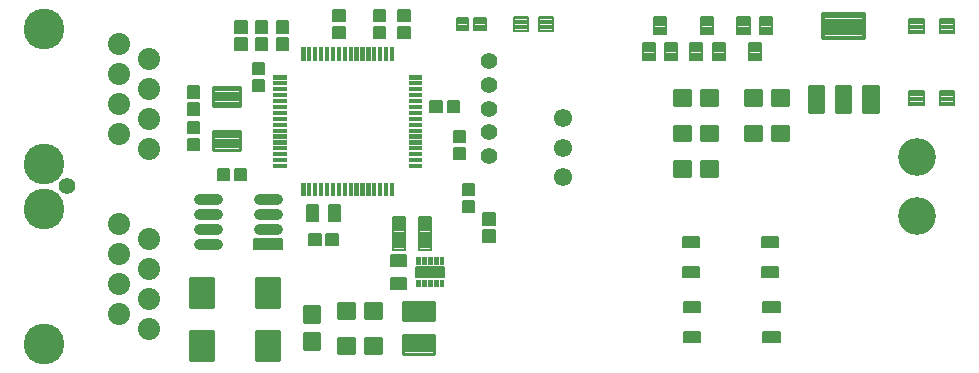
<source format=gts>
G75*
%MOIN*%
%OFA0B0*%
%FSLAX25Y25*%
%IPPOS*%
%LPD*%
%AMOC8*
5,1,8,0,0,1.08239X$1,22.5*
%
%ADD10C,0.05512*%
%ADD11C,0.01299*%
%ADD12C,0.00673*%
%ADD13C,0.00868*%
%ADD14C,0.01063*%
%ADD15C,0.07387*%
%ADD16C,0.13587*%
%ADD17C,0.00567*%
%ADD18C,0.03780*%
%ADD19C,0.00709*%
%ADD20C,0.12598*%
%ADD21C,0.00838*%
%ADD22C,0.01417*%
%ADD23C,0.00827*%
%ADD24C,0.00638*%
%ADD25C,0.01122*%
%ADD26C,0.00189*%
%ADD27C,0.00207*%
%ADD28C,0.00595*%
%ADD29C,0.06102*%
D10*
X0039730Y0085705D03*
X0180604Y0095823D03*
X0180604Y0103697D03*
X0180604Y0111571D03*
X0180604Y0119445D03*
X0180604Y0127319D03*
D11*
X0110663Y0054938D02*
X0103301Y0054938D01*
X0110663Y0054938D02*
X0110663Y0045606D01*
X0103301Y0045606D01*
X0103301Y0054938D01*
X0103301Y0046904D02*
X0110663Y0046904D01*
X0110663Y0048202D02*
X0103301Y0048202D01*
X0103301Y0049500D02*
X0110663Y0049500D01*
X0110663Y0050798D02*
X0103301Y0050798D01*
X0103301Y0052096D02*
X0110663Y0052096D01*
X0110663Y0053394D02*
X0103301Y0053394D01*
X0103301Y0054692D02*
X0110663Y0054692D01*
X0088458Y0045606D02*
X0081096Y0045606D01*
X0081096Y0054938D01*
X0088458Y0054938D01*
X0088458Y0045606D01*
X0088458Y0046904D02*
X0081096Y0046904D01*
X0081096Y0048202D02*
X0088458Y0048202D01*
X0088458Y0049500D02*
X0081096Y0049500D01*
X0081096Y0050798D02*
X0088458Y0050798D01*
X0088458Y0052096D02*
X0081096Y0052096D01*
X0081096Y0053394D02*
X0088458Y0053394D01*
X0088458Y0054692D02*
X0081096Y0054692D01*
X0081096Y0027889D02*
X0088458Y0027889D01*
X0081096Y0027889D02*
X0081096Y0037221D01*
X0088458Y0037221D01*
X0088458Y0027889D01*
X0088458Y0029187D02*
X0081096Y0029187D01*
X0081096Y0030485D02*
X0088458Y0030485D01*
X0088458Y0031783D02*
X0081096Y0031783D01*
X0081096Y0033081D02*
X0088458Y0033081D01*
X0088458Y0034379D02*
X0081096Y0034379D01*
X0081096Y0035677D02*
X0088458Y0035677D01*
X0088458Y0036975D02*
X0081096Y0036975D01*
X0103301Y0037221D02*
X0110663Y0037221D01*
X0110663Y0027889D01*
X0103301Y0027889D01*
X0103301Y0037221D01*
X0103301Y0029187D02*
X0110663Y0029187D01*
X0110663Y0030485D02*
X0103301Y0030485D01*
X0103301Y0031783D02*
X0110663Y0031783D01*
X0110663Y0033081D02*
X0103301Y0033081D01*
X0103301Y0034379D02*
X0110663Y0034379D01*
X0110663Y0035677D02*
X0103301Y0035677D01*
X0103301Y0036975D02*
X0110663Y0036975D01*
D12*
X0120645Y0069896D02*
X0124461Y0069896D01*
X0124461Y0066080D01*
X0120645Y0066080D01*
X0120645Y0069896D01*
X0120645Y0066752D02*
X0124461Y0066752D01*
X0124461Y0067424D02*
X0120645Y0067424D01*
X0120645Y0068096D02*
X0124461Y0068096D01*
X0124461Y0068768D02*
X0120645Y0068768D01*
X0120645Y0069440D02*
X0124461Y0069440D01*
X0126353Y0069896D02*
X0130169Y0069896D01*
X0130169Y0066080D01*
X0126353Y0066080D01*
X0126353Y0069896D01*
X0126353Y0066752D02*
X0130169Y0066752D01*
X0130169Y0067424D02*
X0126353Y0067424D01*
X0126353Y0068096D02*
X0130169Y0068096D01*
X0130169Y0068768D02*
X0126353Y0068768D01*
X0126353Y0069440D02*
X0130169Y0069440D01*
X0175543Y0077005D02*
X0175543Y0080821D01*
X0175543Y0077005D02*
X0171727Y0077005D01*
X0171727Y0080821D01*
X0175543Y0080821D01*
X0175543Y0077677D02*
X0171727Y0077677D01*
X0171727Y0078349D02*
X0175543Y0078349D01*
X0175543Y0079021D02*
X0171727Y0079021D01*
X0171727Y0079693D02*
X0175543Y0079693D01*
X0175543Y0080365D02*
X0171727Y0080365D01*
X0175543Y0082714D02*
X0175543Y0086530D01*
X0175543Y0082714D02*
X0171727Y0082714D01*
X0171727Y0086530D01*
X0175543Y0086530D01*
X0175543Y0083386D02*
X0171727Y0083386D01*
X0171727Y0084058D02*
X0175543Y0084058D01*
X0175543Y0084730D02*
X0171727Y0084730D01*
X0171727Y0085402D02*
X0175543Y0085402D01*
X0175543Y0086074D02*
X0171727Y0086074D01*
X0168775Y0094722D02*
X0168775Y0098538D01*
X0172591Y0098538D01*
X0172591Y0094722D01*
X0168775Y0094722D01*
X0168775Y0095394D02*
X0172591Y0095394D01*
X0172591Y0096066D02*
X0168775Y0096066D01*
X0168775Y0096738D02*
X0172591Y0096738D01*
X0172591Y0097410D02*
X0168775Y0097410D01*
X0168775Y0098082D02*
X0172591Y0098082D01*
X0168775Y0100431D02*
X0168775Y0104247D01*
X0172591Y0104247D01*
X0172591Y0100431D01*
X0168775Y0100431D01*
X0168775Y0101103D02*
X0172591Y0101103D01*
X0172591Y0101775D02*
X0168775Y0101775D01*
X0168775Y0102447D02*
X0172591Y0102447D01*
X0172591Y0103119D02*
X0168775Y0103119D01*
X0168775Y0103791D02*
X0172591Y0103791D01*
X0170524Y0110372D02*
X0166708Y0110372D01*
X0166708Y0114188D01*
X0170524Y0114188D01*
X0170524Y0110372D01*
X0170524Y0111044D02*
X0166708Y0111044D01*
X0166708Y0111716D02*
X0170524Y0111716D01*
X0170524Y0112388D02*
X0166708Y0112388D01*
X0166708Y0113060D02*
X0170524Y0113060D01*
X0170524Y0113732D02*
X0166708Y0113732D01*
X0164815Y0110372D02*
X0160999Y0110372D01*
X0160999Y0114188D01*
X0164815Y0114188D01*
X0164815Y0110372D01*
X0164815Y0111044D02*
X0160999Y0111044D01*
X0160999Y0111716D02*
X0164815Y0111716D01*
X0164815Y0112388D02*
X0160999Y0112388D01*
X0160999Y0113060D02*
X0164815Y0113060D01*
X0164815Y0113732D02*
X0160999Y0113732D01*
X0113536Y0131139D02*
X0113536Y0134955D01*
X0113536Y0131139D02*
X0109720Y0131139D01*
X0109720Y0134955D01*
X0113536Y0134955D01*
X0113536Y0131811D02*
X0109720Y0131811D01*
X0109720Y0132483D02*
X0113536Y0132483D01*
X0113536Y0133155D02*
X0109720Y0133155D01*
X0109720Y0133827D02*
X0113536Y0133827D01*
X0113536Y0134499D02*
X0109720Y0134499D01*
X0102830Y0134955D02*
X0102830Y0131139D01*
X0102830Y0134955D02*
X0106646Y0134955D01*
X0106646Y0131139D01*
X0102830Y0131139D01*
X0102830Y0131811D02*
X0106646Y0131811D01*
X0106646Y0132483D02*
X0102830Y0132483D01*
X0102830Y0133155D02*
X0106646Y0133155D01*
X0106646Y0133827D02*
X0102830Y0133827D01*
X0102830Y0134499D02*
X0106646Y0134499D01*
X0102830Y0136848D02*
X0102830Y0140664D01*
X0106646Y0140664D01*
X0106646Y0136848D01*
X0102830Y0136848D01*
X0102830Y0137520D02*
X0106646Y0137520D01*
X0106646Y0138192D02*
X0102830Y0138192D01*
X0102830Y0138864D02*
X0106646Y0138864D01*
X0106646Y0139536D02*
X0102830Y0139536D01*
X0102830Y0140208D02*
X0106646Y0140208D01*
X0113536Y0140664D02*
X0113536Y0136848D01*
X0109720Y0136848D01*
X0109720Y0140664D01*
X0113536Y0140664D01*
X0113536Y0137520D02*
X0109720Y0137520D01*
X0109720Y0138192D02*
X0113536Y0138192D01*
X0113536Y0138864D02*
X0109720Y0138864D01*
X0109720Y0139536D02*
X0113536Y0139536D01*
X0113536Y0140208D02*
X0109720Y0140208D01*
X0095940Y0140664D02*
X0095940Y0136848D01*
X0095940Y0140664D02*
X0099756Y0140664D01*
X0099756Y0136848D01*
X0095940Y0136848D01*
X0095940Y0137520D02*
X0099756Y0137520D01*
X0099756Y0138192D02*
X0095940Y0138192D01*
X0095940Y0138864D02*
X0099756Y0138864D01*
X0099756Y0139536D02*
X0095940Y0139536D01*
X0095940Y0140208D02*
X0099756Y0140208D01*
X0095940Y0134955D02*
X0095940Y0131139D01*
X0095940Y0134955D02*
X0099756Y0134955D01*
X0099756Y0131139D01*
X0095940Y0131139D01*
X0095940Y0131811D02*
X0099756Y0131811D01*
X0099756Y0132483D02*
X0095940Y0132483D01*
X0095940Y0133155D02*
X0099756Y0133155D01*
X0099756Y0133827D02*
X0095940Y0133827D01*
X0095940Y0134499D02*
X0099756Y0134499D01*
X0105662Y0126884D02*
X0105662Y0123068D01*
X0101846Y0123068D01*
X0101846Y0126884D01*
X0105662Y0126884D01*
X0105662Y0123740D02*
X0101846Y0123740D01*
X0101846Y0124412D02*
X0105662Y0124412D01*
X0105662Y0125084D02*
X0101846Y0125084D01*
X0101846Y0125756D02*
X0105662Y0125756D01*
X0105662Y0126428D02*
X0101846Y0126428D01*
X0105662Y0121176D02*
X0105662Y0117360D01*
X0101846Y0117360D01*
X0101846Y0121176D01*
X0105662Y0121176D01*
X0105662Y0118032D02*
X0101846Y0118032D01*
X0101846Y0118704D02*
X0105662Y0118704D01*
X0105662Y0119376D02*
X0101846Y0119376D01*
X0101846Y0120048D02*
X0105662Y0120048D01*
X0105662Y0120720D02*
X0101846Y0120720D01*
X0080192Y0119010D02*
X0080192Y0115194D01*
X0080192Y0119010D02*
X0084008Y0119010D01*
X0084008Y0115194D01*
X0080192Y0115194D01*
X0080192Y0115866D02*
X0084008Y0115866D01*
X0084008Y0116538D02*
X0080192Y0116538D01*
X0080192Y0117210D02*
X0084008Y0117210D01*
X0084008Y0117882D02*
X0080192Y0117882D01*
X0080192Y0118554D02*
X0084008Y0118554D01*
X0080192Y0113302D02*
X0080192Y0109486D01*
X0080192Y0113302D02*
X0084008Y0113302D01*
X0084008Y0109486D01*
X0080192Y0109486D01*
X0080192Y0110158D02*
X0084008Y0110158D01*
X0084008Y0110830D02*
X0080192Y0110830D01*
X0080192Y0111502D02*
X0084008Y0111502D01*
X0084008Y0112174D02*
X0080192Y0112174D01*
X0080192Y0112846D02*
X0084008Y0112846D01*
X0084008Y0107199D02*
X0084008Y0103383D01*
X0080192Y0103383D01*
X0080192Y0107199D01*
X0084008Y0107199D01*
X0084008Y0104055D02*
X0080192Y0104055D01*
X0080192Y0104727D02*
X0084008Y0104727D01*
X0084008Y0105399D02*
X0080192Y0105399D01*
X0080192Y0106071D02*
X0084008Y0106071D01*
X0084008Y0106743D02*
X0080192Y0106743D01*
X0084008Y0101491D02*
X0084008Y0097675D01*
X0080192Y0097675D01*
X0080192Y0101491D01*
X0084008Y0101491D01*
X0084008Y0098347D02*
X0080192Y0098347D01*
X0080192Y0099019D02*
X0084008Y0099019D01*
X0084008Y0099691D02*
X0080192Y0099691D01*
X0080192Y0100363D02*
X0084008Y0100363D01*
X0084008Y0101035D02*
X0080192Y0101035D01*
X0090133Y0091550D02*
X0093949Y0091550D01*
X0093949Y0087734D01*
X0090133Y0087734D01*
X0090133Y0091550D01*
X0090133Y0088406D02*
X0093949Y0088406D01*
X0093949Y0089078D02*
X0090133Y0089078D01*
X0090133Y0089750D02*
X0093949Y0089750D01*
X0093949Y0090422D02*
X0090133Y0090422D01*
X0090133Y0091094D02*
X0093949Y0091094D01*
X0095842Y0091550D02*
X0099658Y0091550D01*
X0099658Y0087734D01*
X0095842Y0087734D01*
X0095842Y0091550D01*
X0095842Y0088406D02*
X0099658Y0088406D01*
X0099658Y0089078D02*
X0095842Y0089078D01*
X0095842Y0089750D02*
X0099658Y0089750D01*
X0099658Y0090422D02*
X0095842Y0090422D01*
X0095842Y0091094D02*
X0099658Y0091094D01*
X0178617Y0076688D02*
X0178617Y0072872D01*
X0178617Y0076688D02*
X0182433Y0076688D01*
X0182433Y0072872D01*
X0178617Y0072872D01*
X0178617Y0073544D02*
X0182433Y0073544D01*
X0182433Y0074216D02*
X0178617Y0074216D01*
X0178617Y0074888D02*
X0182433Y0074888D01*
X0182433Y0075560D02*
X0178617Y0075560D01*
X0178617Y0076232D02*
X0182433Y0076232D01*
X0178617Y0070979D02*
X0178617Y0067163D01*
X0178617Y0070979D02*
X0182433Y0070979D01*
X0182433Y0067163D01*
X0178617Y0067163D01*
X0178617Y0067835D02*
X0182433Y0067835D01*
X0182433Y0068507D02*
X0178617Y0068507D01*
X0178617Y0069179D02*
X0182433Y0069179D01*
X0182433Y0069851D02*
X0178617Y0069851D01*
X0178617Y0070523D02*
X0182433Y0070523D01*
X0154165Y0134998D02*
X0154165Y0138814D01*
X0154165Y0134998D02*
X0150349Y0134998D01*
X0150349Y0138814D01*
X0154165Y0138814D01*
X0154165Y0135670D02*
X0150349Y0135670D01*
X0150349Y0136342D02*
X0154165Y0136342D01*
X0154165Y0137014D02*
X0150349Y0137014D01*
X0150349Y0137686D02*
X0154165Y0137686D01*
X0154165Y0138358D02*
X0150349Y0138358D01*
X0146016Y0138892D02*
X0146016Y0135076D01*
X0142200Y0135076D01*
X0142200Y0138892D01*
X0146016Y0138892D01*
X0146016Y0135748D02*
X0142200Y0135748D01*
X0142200Y0136420D02*
X0146016Y0136420D01*
X0146016Y0137092D02*
X0142200Y0137092D01*
X0142200Y0137764D02*
X0146016Y0137764D01*
X0146016Y0138436D02*
X0142200Y0138436D01*
X0146016Y0140785D02*
X0146016Y0144601D01*
X0146016Y0140785D02*
X0142200Y0140785D01*
X0142200Y0144601D01*
X0146016Y0144601D01*
X0146016Y0141457D02*
X0142200Y0141457D01*
X0142200Y0142129D02*
X0146016Y0142129D01*
X0146016Y0142801D02*
X0142200Y0142801D01*
X0142200Y0143473D02*
X0146016Y0143473D01*
X0146016Y0144145D02*
X0142200Y0144145D01*
X0154165Y0144522D02*
X0154165Y0140706D01*
X0150349Y0140706D01*
X0150349Y0144522D01*
X0154165Y0144522D01*
X0154165Y0141378D02*
X0150349Y0141378D01*
X0150349Y0142050D02*
X0154165Y0142050D01*
X0154165Y0142722D02*
X0150349Y0142722D01*
X0150349Y0143394D02*
X0154165Y0143394D01*
X0154165Y0144066D02*
X0150349Y0144066D01*
X0132512Y0144522D02*
X0132512Y0140706D01*
X0128696Y0140706D01*
X0128696Y0144522D01*
X0132512Y0144522D01*
X0132512Y0141378D02*
X0128696Y0141378D01*
X0128696Y0142050D02*
X0132512Y0142050D01*
X0132512Y0142722D02*
X0128696Y0142722D01*
X0128696Y0143394D02*
X0132512Y0143394D01*
X0132512Y0144066D02*
X0128696Y0144066D01*
X0132512Y0138814D02*
X0132512Y0134998D01*
X0128696Y0134998D01*
X0128696Y0138814D01*
X0132512Y0138814D01*
X0132512Y0135670D02*
X0128696Y0135670D01*
X0128696Y0136342D02*
X0132512Y0136342D01*
X0132512Y0137014D02*
X0128696Y0137014D01*
X0128696Y0137686D02*
X0132512Y0137686D01*
X0132512Y0138358D02*
X0128696Y0138358D01*
X0169857Y0141747D02*
X0173673Y0141747D01*
X0173673Y0137931D01*
X0169857Y0137931D01*
X0169857Y0141747D01*
X0169857Y0138603D02*
X0173673Y0138603D01*
X0173673Y0139275D02*
X0169857Y0139275D01*
X0169857Y0139947D02*
X0173673Y0139947D01*
X0173673Y0140619D02*
X0169857Y0140619D01*
X0169857Y0141291D02*
X0173673Y0141291D01*
X0175566Y0141747D02*
X0179382Y0141747D01*
X0179382Y0137931D01*
X0175566Y0137931D01*
X0175566Y0141747D01*
X0175566Y0138603D02*
X0179382Y0138603D01*
X0179382Y0139275D02*
X0175566Y0139275D01*
X0175566Y0139947D02*
X0179382Y0139947D01*
X0179382Y0140619D02*
X0175566Y0140619D01*
X0175566Y0141291D02*
X0179382Y0141291D01*
D13*
X0247582Y0117691D02*
X0247582Y0112773D01*
X0242264Y0112773D01*
X0242264Y0117691D01*
X0247582Y0117691D01*
X0247582Y0113640D02*
X0242264Y0113640D01*
X0242264Y0114507D02*
X0247582Y0114507D01*
X0247582Y0115374D02*
X0242264Y0115374D01*
X0242264Y0116241D02*
X0247582Y0116241D01*
X0247582Y0117108D02*
X0242264Y0117108D01*
X0256582Y0117691D02*
X0256582Y0112773D01*
X0251264Y0112773D01*
X0251264Y0117691D01*
X0256582Y0117691D01*
X0256582Y0113640D02*
X0251264Y0113640D01*
X0251264Y0114507D02*
X0256582Y0114507D01*
X0256582Y0115374D02*
X0251264Y0115374D01*
X0251264Y0116241D02*
X0256582Y0116241D01*
X0256582Y0117108D02*
X0251264Y0117108D01*
X0271204Y0117691D02*
X0271204Y0112773D01*
X0265886Y0112773D01*
X0265886Y0117691D01*
X0271204Y0117691D01*
X0271204Y0113640D02*
X0265886Y0113640D01*
X0265886Y0114507D02*
X0271204Y0114507D01*
X0271204Y0115374D02*
X0265886Y0115374D01*
X0265886Y0116241D02*
X0271204Y0116241D01*
X0271204Y0117108D02*
X0265886Y0117108D01*
X0280204Y0117691D02*
X0280204Y0112773D01*
X0274886Y0112773D01*
X0274886Y0117691D01*
X0280204Y0117691D01*
X0280204Y0113640D02*
X0274886Y0113640D01*
X0274886Y0114507D02*
X0280204Y0114507D01*
X0280204Y0115374D02*
X0274886Y0115374D01*
X0274886Y0116241D02*
X0280204Y0116241D01*
X0280204Y0117108D02*
X0274886Y0117108D01*
X0280204Y0105880D02*
X0280204Y0100962D01*
X0274886Y0100962D01*
X0274886Y0105880D01*
X0280204Y0105880D01*
X0280204Y0101829D02*
X0274886Y0101829D01*
X0274886Y0102696D02*
X0280204Y0102696D01*
X0280204Y0103563D02*
X0274886Y0103563D01*
X0274886Y0104430D02*
X0280204Y0104430D01*
X0280204Y0105297D02*
X0274886Y0105297D01*
X0271204Y0105880D02*
X0271204Y0100962D01*
X0265886Y0100962D01*
X0265886Y0105880D01*
X0271204Y0105880D01*
X0271204Y0101829D02*
X0265886Y0101829D01*
X0265886Y0102696D02*
X0271204Y0102696D01*
X0271204Y0103563D02*
X0265886Y0103563D01*
X0265886Y0104430D02*
X0271204Y0104430D01*
X0271204Y0105297D02*
X0265886Y0105297D01*
X0251264Y0105880D02*
X0251264Y0100962D01*
X0251264Y0105880D02*
X0256582Y0105880D01*
X0256582Y0100962D01*
X0251264Y0100962D01*
X0251264Y0101829D02*
X0256582Y0101829D01*
X0256582Y0102696D02*
X0251264Y0102696D01*
X0251264Y0103563D02*
X0256582Y0103563D01*
X0256582Y0104430D02*
X0251264Y0104430D01*
X0251264Y0105297D02*
X0256582Y0105297D01*
X0242264Y0105880D02*
X0242264Y0100962D01*
X0242264Y0105880D02*
X0247582Y0105880D01*
X0247582Y0100962D01*
X0242264Y0100962D01*
X0242264Y0101829D02*
X0247582Y0101829D01*
X0247582Y0102696D02*
X0242264Y0102696D01*
X0242264Y0103563D02*
X0247582Y0103563D01*
X0247582Y0104430D02*
X0242264Y0104430D01*
X0242264Y0105297D02*
X0247582Y0105297D01*
X0247582Y0094069D02*
X0247582Y0089151D01*
X0242264Y0089151D01*
X0242264Y0094069D01*
X0247582Y0094069D01*
X0247582Y0090018D02*
X0242264Y0090018D01*
X0242264Y0090885D02*
X0247582Y0090885D01*
X0247582Y0091752D02*
X0242264Y0091752D01*
X0242264Y0092619D02*
X0247582Y0092619D01*
X0247582Y0093486D02*
X0242264Y0093486D01*
X0256582Y0094069D02*
X0256582Y0089151D01*
X0251264Y0089151D01*
X0251264Y0094069D01*
X0256582Y0094069D01*
X0256582Y0090018D02*
X0251264Y0090018D01*
X0251264Y0090885D02*
X0256582Y0090885D01*
X0256582Y0091752D02*
X0251264Y0091752D01*
X0251264Y0092619D02*
X0256582Y0092619D01*
X0256582Y0093486D02*
X0251264Y0093486D01*
X0139059Y0046825D02*
X0139059Y0041907D01*
X0139059Y0046825D02*
X0144377Y0046825D01*
X0144377Y0041907D01*
X0139059Y0041907D01*
X0139059Y0042774D02*
X0144377Y0042774D01*
X0144377Y0043641D02*
X0139059Y0043641D01*
X0139059Y0044508D02*
X0144377Y0044508D01*
X0144377Y0045375D02*
X0139059Y0045375D01*
X0139059Y0046242D02*
X0144377Y0046242D01*
X0130059Y0046825D02*
X0130059Y0041907D01*
X0130059Y0046825D02*
X0135377Y0046825D01*
X0135377Y0041907D01*
X0130059Y0041907D01*
X0130059Y0042774D02*
X0135377Y0042774D01*
X0135377Y0043641D02*
X0130059Y0043641D01*
X0130059Y0044508D02*
X0135377Y0044508D01*
X0135377Y0045375D02*
X0130059Y0045375D01*
X0130059Y0046242D02*
X0135377Y0046242D01*
X0123929Y0040302D02*
X0119011Y0040302D01*
X0119011Y0045620D01*
X0123929Y0045620D01*
X0123929Y0040302D01*
X0123929Y0041169D02*
X0119011Y0041169D01*
X0119011Y0042036D02*
X0123929Y0042036D01*
X0123929Y0042903D02*
X0119011Y0042903D01*
X0119011Y0043770D02*
X0123929Y0043770D01*
X0123929Y0044637D02*
X0119011Y0044637D01*
X0119011Y0045504D02*
X0123929Y0045504D01*
X0123929Y0031302D02*
X0119011Y0031302D01*
X0119011Y0036620D01*
X0123929Y0036620D01*
X0123929Y0031302D01*
X0123929Y0032169D02*
X0119011Y0032169D01*
X0119011Y0033036D02*
X0123929Y0033036D01*
X0123929Y0033903D02*
X0119011Y0033903D01*
X0119011Y0034770D02*
X0123929Y0034770D01*
X0123929Y0035637D02*
X0119011Y0035637D01*
X0119011Y0036504D02*
X0123929Y0036504D01*
X0130059Y0035014D02*
X0130059Y0030096D01*
X0130059Y0035014D02*
X0135377Y0035014D01*
X0135377Y0030096D01*
X0130059Y0030096D01*
X0130059Y0030963D02*
X0135377Y0030963D01*
X0135377Y0031830D02*
X0130059Y0031830D01*
X0130059Y0032697D02*
X0135377Y0032697D01*
X0135377Y0033564D02*
X0130059Y0033564D01*
X0130059Y0034431D02*
X0135377Y0034431D01*
X0139059Y0035014D02*
X0139059Y0030096D01*
X0139059Y0035014D02*
X0144377Y0035014D01*
X0144377Y0030096D01*
X0139059Y0030096D01*
X0139059Y0030963D02*
X0144377Y0030963D01*
X0144377Y0031830D02*
X0139059Y0031830D01*
X0139059Y0032697D02*
X0144377Y0032697D01*
X0144377Y0033564D02*
X0139059Y0033564D01*
X0139059Y0034431D02*
X0144377Y0034431D01*
D14*
X0151726Y0035961D02*
X0151726Y0029937D01*
X0151726Y0035961D02*
X0162080Y0035961D01*
X0162080Y0029937D01*
X0151726Y0029937D01*
X0151726Y0030999D02*
X0162080Y0030999D01*
X0162080Y0032061D02*
X0151726Y0032061D01*
X0151726Y0033123D02*
X0162080Y0033123D01*
X0162080Y0034185D02*
X0151726Y0034185D01*
X0151726Y0035247D02*
X0162080Y0035247D01*
X0151726Y0040960D02*
X0151726Y0046984D01*
X0162080Y0046984D01*
X0162080Y0040960D01*
X0151726Y0040960D01*
X0151726Y0042022D02*
X0162080Y0042022D01*
X0162080Y0043084D02*
X0151726Y0043084D01*
X0151726Y0044146D02*
X0162080Y0044146D01*
X0162080Y0045208D02*
X0151726Y0045208D01*
X0151726Y0046270D02*
X0162080Y0046270D01*
D15*
X0067100Y0048205D03*
X0057100Y0053205D03*
X0067100Y0058205D03*
X0057100Y0063205D03*
X0067100Y0068205D03*
X0057100Y0073205D03*
X0067100Y0098205D03*
X0057100Y0103205D03*
X0067100Y0108205D03*
X0057100Y0113205D03*
X0067100Y0118205D03*
X0057100Y0123205D03*
X0067100Y0128205D03*
X0057100Y0133205D03*
X0057100Y0043205D03*
X0067100Y0038205D03*
D16*
X0032100Y0033205D03*
X0032100Y0078205D03*
X0032100Y0093205D03*
X0032100Y0138205D03*
D17*
X0102108Y0068001D02*
X0111620Y0068001D01*
X0111620Y0064787D01*
X0102108Y0064787D01*
X0102108Y0068001D01*
X0102108Y0065353D02*
X0111620Y0065353D01*
X0111620Y0065919D02*
X0102108Y0065919D01*
X0102108Y0066485D02*
X0111620Y0066485D01*
X0111620Y0067051D02*
X0102108Y0067051D01*
X0102108Y0067617D02*
X0111620Y0067617D01*
X0245060Y0068690D02*
X0250636Y0068690D01*
X0250636Y0065476D01*
X0245060Y0065476D01*
X0245060Y0068690D01*
X0245060Y0066042D02*
X0250636Y0066042D01*
X0250636Y0066608D02*
X0245060Y0066608D01*
X0245060Y0067174D02*
X0250636Y0067174D01*
X0250636Y0067740D02*
X0245060Y0067740D01*
X0245060Y0068306D02*
X0250636Y0068306D01*
X0271438Y0068690D02*
X0277014Y0068690D01*
X0277014Y0065476D01*
X0271438Y0065476D01*
X0271438Y0068690D01*
X0271438Y0066042D02*
X0277014Y0066042D01*
X0277014Y0066608D02*
X0271438Y0066608D01*
X0271438Y0067174D02*
X0277014Y0067174D01*
X0277014Y0067740D02*
X0271438Y0067740D01*
X0271438Y0068306D02*
X0277014Y0068306D01*
X0277014Y0058690D02*
X0271438Y0058690D01*
X0277014Y0058690D02*
X0277014Y0055476D01*
X0271438Y0055476D01*
X0271438Y0058690D01*
X0271438Y0056042D02*
X0277014Y0056042D01*
X0277014Y0056608D02*
X0271438Y0056608D01*
X0271438Y0057174D02*
X0277014Y0057174D01*
X0277014Y0057740D02*
X0271438Y0057740D01*
X0271438Y0058306D02*
X0277014Y0058306D01*
X0277408Y0043822D02*
X0271832Y0043822D01*
X0271832Y0047036D01*
X0277408Y0047036D01*
X0277408Y0043822D01*
X0277408Y0044388D02*
X0271832Y0044388D01*
X0271832Y0044954D02*
X0277408Y0044954D01*
X0277408Y0045520D02*
X0271832Y0045520D01*
X0271832Y0046086D02*
X0277408Y0046086D01*
X0277408Y0046652D02*
X0271832Y0046652D01*
X0251030Y0043822D02*
X0245454Y0043822D01*
X0245454Y0047036D01*
X0251030Y0047036D01*
X0251030Y0043822D01*
X0251030Y0044388D02*
X0245454Y0044388D01*
X0245454Y0044954D02*
X0251030Y0044954D01*
X0251030Y0045520D02*
X0245454Y0045520D01*
X0245454Y0046086D02*
X0251030Y0046086D01*
X0251030Y0046652D02*
X0245454Y0046652D01*
X0245060Y0058690D02*
X0250636Y0058690D01*
X0250636Y0055476D01*
X0245060Y0055476D01*
X0245060Y0058690D01*
X0245060Y0056042D02*
X0250636Y0056042D01*
X0250636Y0056608D02*
X0245060Y0056608D01*
X0245060Y0057174D02*
X0250636Y0057174D01*
X0250636Y0057740D02*
X0245060Y0057740D01*
X0245060Y0058306D02*
X0250636Y0058306D01*
X0251030Y0033822D02*
X0245454Y0033822D01*
X0245454Y0037036D01*
X0251030Y0037036D01*
X0251030Y0033822D01*
X0251030Y0034388D02*
X0245454Y0034388D01*
X0245454Y0034954D02*
X0251030Y0034954D01*
X0251030Y0035520D02*
X0245454Y0035520D01*
X0245454Y0036086D02*
X0251030Y0036086D01*
X0251030Y0036652D02*
X0245454Y0036652D01*
X0271832Y0033822D02*
X0277408Y0033822D01*
X0271832Y0033822D02*
X0271832Y0037036D01*
X0277408Y0037036D01*
X0277408Y0033822D01*
X0277408Y0034388D02*
X0271832Y0034388D01*
X0271832Y0034954D02*
X0277408Y0034954D01*
X0277408Y0035520D02*
X0271832Y0035520D01*
X0271832Y0036086D02*
X0277408Y0036086D01*
X0277408Y0036652D02*
X0271832Y0036652D01*
D18*
X0110013Y0071394D02*
X0103715Y0071394D01*
X0103715Y0076394D02*
X0110013Y0076394D01*
X0110013Y0081394D02*
X0103715Y0081394D01*
X0090013Y0081394D02*
X0083715Y0081394D01*
X0083715Y0076394D02*
X0090013Y0076394D01*
X0090013Y0071394D02*
X0083715Y0071394D01*
X0083715Y0066394D02*
X0090013Y0066394D01*
D19*
X0148596Y0064603D02*
X0148596Y0075311D01*
X0152612Y0075311D01*
X0152612Y0064603D01*
X0148596Y0064603D01*
X0148596Y0065311D02*
X0152612Y0065311D01*
X0152612Y0066019D02*
X0148596Y0066019D01*
X0148596Y0066727D02*
X0152612Y0066727D01*
X0152612Y0067435D02*
X0148596Y0067435D01*
X0148596Y0068143D02*
X0152612Y0068143D01*
X0152612Y0068851D02*
X0148596Y0068851D01*
X0148596Y0069559D02*
X0152612Y0069559D01*
X0152612Y0070267D02*
X0148596Y0070267D01*
X0148596Y0070975D02*
X0152612Y0070975D01*
X0152612Y0071683D02*
X0148596Y0071683D01*
X0148596Y0072391D02*
X0152612Y0072391D01*
X0152612Y0073099D02*
X0148596Y0073099D01*
X0148596Y0073807D02*
X0152612Y0073807D01*
X0152612Y0074515D02*
X0148596Y0074515D01*
X0148596Y0075223D02*
X0152612Y0075223D01*
X0157257Y0075311D02*
X0157257Y0064603D01*
X0157257Y0075311D02*
X0161273Y0075311D01*
X0161273Y0064603D01*
X0157257Y0064603D01*
X0157257Y0065311D02*
X0161273Y0065311D01*
X0161273Y0066019D02*
X0157257Y0066019D01*
X0157257Y0066727D02*
X0161273Y0066727D01*
X0161273Y0067435D02*
X0157257Y0067435D01*
X0157257Y0068143D02*
X0161273Y0068143D01*
X0161273Y0068851D02*
X0157257Y0068851D01*
X0157257Y0069559D02*
X0161273Y0069559D01*
X0161273Y0070267D02*
X0157257Y0070267D01*
X0157257Y0070975D02*
X0161273Y0070975D01*
X0161273Y0071683D02*
X0157257Y0071683D01*
X0157257Y0072391D02*
X0161273Y0072391D01*
X0161273Y0073099D02*
X0157257Y0073099D01*
X0157257Y0073807D02*
X0161273Y0073807D01*
X0161273Y0074515D02*
X0157257Y0074515D01*
X0157257Y0075223D02*
X0161273Y0075223D01*
X0231864Y0127792D02*
X0235880Y0127792D01*
X0231864Y0127792D02*
X0231864Y0133382D01*
X0235880Y0133382D01*
X0235880Y0127792D01*
X0235880Y0128500D02*
X0231864Y0128500D01*
X0231864Y0129208D02*
X0235880Y0129208D01*
X0235880Y0129916D02*
X0231864Y0129916D01*
X0231864Y0130624D02*
X0235880Y0130624D01*
X0235880Y0131332D02*
X0231864Y0131332D01*
X0231864Y0132040D02*
X0235880Y0132040D01*
X0235880Y0132748D02*
X0231864Y0132748D01*
X0239344Y0127792D02*
X0243360Y0127792D01*
X0239344Y0127792D02*
X0239344Y0133382D01*
X0243360Y0133382D01*
X0243360Y0127792D01*
X0243360Y0128500D02*
X0239344Y0128500D01*
X0239344Y0129208D02*
X0243360Y0129208D01*
X0243360Y0129916D02*
X0239344Y0129916D01*
X0239344Y0130624D02*
X0243360Y0130624D01*
X0243360Y0131332D02*
X0239344Y0131332D01*
X0239344Y0132040D02*
X0243360Y0132040D01*
X0243360Y0132748D02*
X0239344Y0132748D01*
X0247612Y0127792D02*
X0251628Y0127792D01*
X0247612Y0127792D02*
X0247612Y0133382D01*
X0251628Y0133382D01*
X0251628Y0127792D01*
X0251628Y0128500D02*
X0247612Y0128500D01*
X0247612Y0129208D02*
X0251628Y0129208D01*
X0251628Y0129916D02*
X0247612Y0129916D01*
X0247612Y0130624D02*
X0251628Y0130624D01*
X0251628Y0131332D02*
X0247612Y0131332D01*
X0247612Y0132040D02*
X0251628Y0132040D01*
X0251628Y0132748D02*
X0247612Y0132748D01*
X0255092Y0127792D02*
X0259108Y0127792D01*
X0255092Y0127792D02*
X0255092Y0133382D01*
X0259108Y0133382D01*
X0259108Y0127792D01*
X0259108Y0128500D02*
X0255092Y0128500D01*
X0255092Y0129208D02*
X0259108Y0129208D01*
X0259108Y0129916D02*
X0255092Y0129916D01*
X0255092Y0130624D02*
X0259108Y0130624D01*
X0259108Y0131332D02*
X0255092Y0131332D01*
X0255092Y0132040D02*
X0259108Y0132040D01*
X0259108Y0132748D02*
X0255092Y0132748D01*
X0255368Y0136453D02*
X0251352Y0136453D01*
X0251352Y0142043D01*
X0255368Y0142043D01*
X0255368Y0136453D01*
X0255368Y0137161D02*
X0251352Y0137161D01*
X0251352Y0137869D02*
X0255368Y0137869D01*
X0255368Y0138577D02*
X0251352Y0138577D01*
X0251352Y0139285D02*
X0255368Y0139285D01*
X0255368Y0139993D02*
X0251352Y0139993D01*
X0251352Y0140701D02*
X0255368Y0140701D01*
X0255368Y0141409D02*
X0251352Y0141409D01*
X0239620Y0136453D02*
X0235604Y0136453D01*
X0235604Y0142043D01*
X0239620Y0142043D01*
X0239620Y0136453D01*
X0239620Y0137161D02*
X0235604Y0137161D01*
X0235604Y0137869D02*
X0239620Y0137869D01*
X0239620Y0138577D02*
X0235604Y0138577D01*
X0235604Y0139285D02*
X0239620Y0139285D01*
X0239620Y0139993D02*
X0235604Y0139993D01*
X0235604Y0140701D02*
X0239620Y0140701D01*
X0239620Y0141409D02*
X0235604Y0141409D01*
X0263360Y0142043D02*
X0267376Y0142043D01*
X0267376Y0136453D01*
X0263360Y0136453D01*
X0263360Y0142043D01*
X0263360Y0137161D02*
X0267376Y0137161D01*
X0267376Y0137869D02*
X0263360Y0137869D01*
X0263360Y0138577D02*
X0267376Y0138577D01*
X0267376Y0139285D02*
X0263360Y0139285D01*
X0263360Y0139993D02*
X0267376Y0139993D01*
X0267376Y0140701D02*
X0263360Y0140701D01*
X0263360Y0141409D02*
X0267376Y0141409D01*
X0270840Y0142043D02*
X0274856Y0142043D01*
X0274856Y0136453D01*
X0270840Y0136453D01*
X0270840Y0142043D01*
X0270840Y0137161D02*
X0274856Y0137161D01*
X0274856Y0137869D02*
X0270840Y0137869D01*
X0270840Y0138577D02*
X0274856Y0138577D01*
X0274856Y0139285D02*
X0270840Y0139285D01*
X0270840Y0139993D02*
X0274856Y0139993D01*
X0274856Y0140701D02*
X0270840Y0140701D01*
X0270840Y0141409D02*
X0274856Y0141409D01*
X0271116Y0133382D02*
X0267100Y0133382D01*
X0271116Y0133382D02*
X0271116Y0127792D01*
X0267100Y0127792D01*
X0267100Y0133382D01*
X0267100Y0128500D02*
X0271116Y0128500D01*
X0271116Y0129208D02*
X0267100Y0129208D01*
X0267100Y0129916D02*
X0271116Y0129916D01*
X0271116Y0130624D02*
X0267100Y0130624D01*
X0267100Y0131332D02*
X0271116Y0131332D01*
X0271116Y0132040D02*
X0267100Y0132040D01*
X0267100Y0132748D02*
X0271116Y0132748D01*
D20*
X0323045Y0095547D03*
X0323045Y0075862D03*
D21*
X0310108Y0110469D02*
X0305360Y0110469D01*
X0305360Y0119217D01*
X0310108Y0119217D01*
X0310108Y0110469D01*
X0310108Y0111306D02*
X0305360Y0111306D01*
X0305360Y0112143D02*
X0310108Y0112143D01*
X0310108Y0112980D02*
X0305360Y0112980D01*
X0305360Y0113817D02*
X0310108Y0113817D01*
X0310108Y0114654D02*
X0305360Y0114654D01*
X0305360Y0115491D02*
X0310108Y0115491D01*
X0310108Y0116328D02*
X0305360Y0116328D01*
X0305360Y0117165D02*
X0310108Y0117165D01*
X0310108Y0118002D02*
X0305360Y0118002D01*
X0305360Y0118839D02*
X0310108Y0118839D01*
X0301009Y0110469D02*
X0296261Y0110469D01*
X0296261Y0119217D01*
X0301009Y0119217D01*
X0301009Y0110469D01*
X0301009Y0111306D02*
X0296261Y0111306D01*
X0296261Y0112143D02*
X0301009Y0112143D01*
X0301009Y0112980D02*
X0296261Y0112980D01*
X0296261Y0113817D02*
X0301009Y0113817D01*
X0301009Y0114654D02*
X0296261Y0114654D01*
X0296261Y0115491D02*
X0301009Y0115491D01*
X0301009Y0116328D02*
X0296261Y0116328D01*
X0296261Y0117165D02*
X0301009Y0117165D01*
X0301009Y0118002D02*
X0296261Y0118002D01*
X0296261Y0118839D02*
X0301009Y0118839D01*
X0291911Y0110469D02*
X0287163Y0110469D01*
X0287163Y0119217D01*
X0291911Y0119217D01*
X0291911Y0110469D01*
X0291911Y0111306D02*
X0287163Y0111306D01*
X0287163Y0112143D02*
X0291911Y0112143D01*
X0291911Y0112980D02*
X0287163Y0112980D01*
X0287163Y0113817D02*
X0291911Y0113817D01*
X0291911Y0114654D02*
X0287163Y0114654D01*
X0287163Y0115491D02*
X0291911Y0115491D01*
X0291911Y0116328D02*
X0287163Y0116328D01*
X0287163Y0117165D02*
X0291911Y0117165D01*
X0291911Y0118002D02*
X0287163Y0118002D01*
X0287163Y0118839D02*
X0291911Y0118839D01*
D22*
X0291863Y0135228D02*
X0305407Y0135228D01*
X0291863Y0135228D02*
X0291863Y0143260D01*
X0305407Y0143260D01*
X0305407Y0135228D01*
X0305407Y0136644D02*
X0291863Y0136644D01*
X0291863Y0138060D02*
X0305407Y0138060D01*
X0305407Y0139476D02*
X0291863Y0139476D01*
X0291863Y0140892D02*
X0305407Y0140892D01*
X0305407Y0142308D02*
X0291863Y0142308D01*
D23*
X0320702Y0136708D02*
X0325388Y0136708D01*
X0320702Y0136708D02*
X0320702Y0141394D01*
X0325388Y0141394D01*
X0325388Y0136708D01*
X0325388Y0137534D02*
X0320702Y0137534D01*
X0320702Y0138360D02*
X0325388Y0138360D01*
X0325388Y0139186D02*
X0320702Y0139186D01*
X0320702Y0140012D02*
X0325388Y0140012D01*
X0325388Y0140838D02*
X0320702Y0140838D01*
X0330938Y0136708D02*
X0335624Y0136708D01*
X0330938Y0136708D02*
X0330938Y0141394D01*
X0335624Y0141394D01*
X0335624Y0136708D01*
X0335624Y0137534D02*
X0330938Y0137534D01*
X0330938Y0138360D02*
X0335624Y0138360D01*
X0335624Y0139186D02*
X0330938Y0139186D01*
X0330938Y0140012D02*
X0335624Y0140012D01*
X0335624Y0140838D02*
X0330938Y0140838D01*
X0330938Y0117378D02*
X0335624Y0117378D01*
X0335624Y0112692D01*
X0330938Y0112692D01*
X0330938Y0117378D01*
X0330938Y0113518D02*
X0335624Y0113518D01*
X0335624Y0114344D02*
X0330938Y0114344D01*
X0330938Y0115170D02*
X0335624Y0115170D01*
X0335624Y0115996D02*
X0330938Y0115996D01*
X0330938Y0116822D02*
X0335624Y0116822D01*
X0325388Y0117378D02*
X0320702Y0117378D01*
X0325388Y0117378D02*
X0325388Y0112692D01*
X0320702Y0112692D01*
X0320702Y0117378D01*
X0320702Y0113518D02*
X0325388Y0113518D01*
X0325388Y0114344D02*
X0320702Y0114344D01*
X0320702Y0115170D02*
X0325388Y0115170D01*
X0325388Y0115996D02*
X0320702Y0115996D01*
X0320702Y0116822D02*
X0325388Y0116822D01*
X0197080Y0137496D02*
X0197080Y0142182D01*
X0201766Y0142182D01*
X0201766Y0137496D01*
X0197080Y0137496D01*
X0197080Y0138322D02*
X0201766Y0138322D01*
X0201766Y0139148D02*
X0197080Y0139148D01*
X0197080Y0139974D02*
X0201766Y0139974D01*
X0201766Y0140800D02*
X0197080Y0140800D01*
X0197080Y0141626D02*
X0201766Y0141626D01*
X0188812Y0142182D02*
X0188812Y0137496D01*
X0188812Y0142182D02*
X0193498Y0142182D01*
X0193498Y0137496D01*
X0188812Y0137496D01*
X0188812Y0138322D02*
X0193498Y0138322D01*
X0193498Y0139148D02*
X0188812Y0139148D01*
X0188812Y0139974D02*
X0193498Y0139974D01*
X0193498Y0140800D02*
X0188812Y0140800D01*
X0188812Y0141626D02*
X0193498Y0141626D01*
D24*
X0130954Y0079440D02*
X0127340Y0079440D01*
X0130954Y0079440D02*
X0130954Y0074252D01*
X0127340Y0074252D01*
X0127340Y0079440D01*
X0127340Y0074889D02*
X0130954Y0074889D01*
X0130954Y0075526D02*
X0127340Y0075526D01*
X0127340Y0076163D02*
X0130954Y0076163D01*
X0130954Y0076800D02*
X0127340Y0076800D01*
X0127340Y0077437D02*
X0130954Y0077437D01*
X0130954Y0078074D02*
X0127340Y0078074D01*
X0127340Y0078711D02*
X0130954Y0078711D01*
X0130954Y0079348D02*
X0127340Y0079348D01*
X0123474Y0079440D02*
X0119860Y0079440D01*
X0123474Y0079440D02*
X0123474Y0074252D01*
X0119860Y0074252D01*
X0119860Y0079440D01*
X0119860Y0074889D02*
X0123474Y0074889D01*
X0123474Y0075526D02*
X0119860Y0075526D01*
X0119860Y0076163D02*
X0123474Y0076163D01*
X0123474Y0076800D02*
X0119860Y0076800D01*
X0119860Y0077437D02*
X0123474Y0077437D01*
X0123474Y0078074D02*
X0119860Y0078074D01*
X0119860Y0078711D02*
X0123474Y0078711D01*
X0123474Y0079348D02*
X0119860Y0079348D01*
X0147813Y0062630D02*
X0147813Y0059016D01*
X0147813Y0062630D02*
X0153001Y0062630D01*
X0153001Y0059016D01*
X0147813Y0059016D01*
X0147813Y0059653D02*
X0153001Y0059653D01*
X0153001Y0060290D02*
X0147813Y0060290D01*
X0147813Y0060927D02*
X0153001Y0060927D01*
X0153001Y0061564D02*
X0147813Y0061564D01*
X0147813Y0062201D02*
X0153001Y0062201D01*
X0147813Y0055150D02*
X0147813Y0051536D01*
X0147813Y0055150D02*
X0153001Y0055150D01*
X0153001Y0051536D01*
X0147813Y0051536D01*
X0147813Y0052173D02*
X0153001Y0052173D01*
X0153001Y0052810D02*
X0147813Y0052810D01*
X0147813Y0053447D02*
X0153001Y0053447D01*
X0153001Y0054084D02*
X0147813Y0054084D01*
X0147813Y0054721D02*
X0153001Y0054721D01*
D25*
X0097484Y0097880D02*
X0088370Y0097880D01*
X0088370Y0104238D01*
X0097484Y0104238D01*
X0097484Y0097880D01*
X0097484Y0099001D02*
X0088370Y0099001D01*
X0088370Y0100122D02*
X0097484Y0100122D01*
X0097484Y0101243D02*
X0088370Y0101243D01*
X0088370Y0102364D02*
X0097484Y0102364D01*
X0097484Y0103485D02*
X0088370Y0103485D01*
X0088370Y0112447D02*
X0097484Y0112447D01*
X0088370Y0112447D02*
X0088370Y0118805D01*
X0097484Y0118805D01*
X0097484Y0112447D01*
X0097484Y0113568D02*
X0088370Y0113568D01*
X0088370Y0114689D02*
X0097484Y0114689D01*
X0097484Y0115810D02*
X0088370Y0115810D01*
X0088370Y0116931D02*
X0097484Y0116931D01*
X0097484Y0118052D02*
X0088370Y0118052D01*
D26*
X0108572Y0117649D02*
X0108572Y0118721D01*
X0112714Y0118721D01*
X0112714Y0117649D01*
X0108572Y0117649D01*
X0108572Y0117837D02*
X0112714Y0117837D01*
X0112714Y0118025D02*
X0108572Y0118025D01*
X0108572Y0118213D02*
X0112714Y0118213D01*
X0112714Y0118401D02*
X0108572Y0118401D01*
X0108572Y0118589D02*
X0112714Y0118589D01*
X0108572Y0119618D02*
X0108572Y0120690D01*
X0112714Y0120690D01*
X0112714Y0119618D01*
X0108572Y0119618D01*
X0108572Y0119806D02*
X0112714Y0119806D01*
X0112714Y0119994D02*
X0108572Y0119994D01*
X0108572Y0120182D02*
X0112714Y0120182D01*
X0112714Y0120370D02*
X0108572Y0120370D01*
X0108572Y0120558D02*
X0112714Y0120558D01*
X0108572Y0121586D02*
X0108572Y0122658D01*
X0112714Y0122658D01*
X0112714Y0121586D01*
X0108572Y0121586D01*
X0108572Y0121774D02*
X0112714Y0121774D01*
X0112714Y0121962D02*
X0108572Y0121962D01*
X0108572Y0122150D02*
X0112714Y0122150D01*
X0112714Y0122338D02*
X0108572Y0122338D01*
X0108572Y0122526D02*
X0112714Y0122526D01*
X0108572Y0116753D02*
X0108572Y0115681D01*
X0108572Y0116753D02*
X0112714Y0116753D01*
X0112714Y0115681D01*
X0108572Y0115681D01*
X0108572Y0115869D02*
X0112714Y0115869D01*
X0112714Y0116057D02*
X0108572Y0116057D01*
X0108572Y0116245D02*
X0112714Y0116245D01*
X0112714Y0116433D02*
X0108572Y0116433D01*
X0108572Y0116621D02*
X0112714Y0116621D01*
X0108572Y0114784D02*
X0108572Y0113712D01*
X0108572Y0114784D02*
X0112714Y0114784D01*
X0112714Y0113712D01*
X0108572Y0113712D01*
X0108572Y0113900D02*
X0112714Y0113900D01*
X0112714Y0114088D02*
X0108572Y0114088D01*
X0108572Y0114276D02*
X0112714Y0114276D01*
X0112714Y0114464D02*
X0108572Y0114464D01*
X0108572Y0114652D02*
X0112714Y0114652D01*
X0108572Y0112816D02*
X0108572Y0111744D01*
X0108572Y0112816D02*
X0112714Y0112816D01*
X0112714Y0111744D01*
X0108572Y0111744D01*
X0108572Y0111932D02*
X0112714Y0111932D01*
X0112714Y0112120D02*
X0108572Y0112120D01*
X0108572Y0112308D02*
X0112714Y0112308D01*
X0112714Y0112496D02*
X0108572Y0112496D01*
X0108572Y0112684D02*
X0112714Y0112684D01*
X0108572Y0110847D02*
X0108572Y0109775D01*
X0108572Y0110847D02*
X0112714Y0110847D01*
X0112714Y0109775D01*
X0108572Y0109775D01*
X0108572Y0109963D02*
X0112714Y0109963D01*
X0112714Y0110151D02*
X0108572Y0110151D01*
X0108572Y0110339D02*
X0112714Y0110339D01*
X0112714Y0110527D02*
X0108572Y0110527D01*
X0108572Y0110715D02*
X0112714Y0110715D01*
X0108572Y0108879D02*
X0108572Y0107807D01*
X0108572Y0108879D02*
X0112714Y0108879D01*
X0112714Y0107807D01*
X0108572Y0107807D01*
X0108572Y0107995D02*
X0112714Y0107995D01*
X0112714Y0108183D02*
X0108572Y0108183D01*
X0108572Y0108371D02*
X0112714Y0108371D01*
X0112714Y0108559D02*
X0108572Y0108559D01*
X0108572Y0108747D02*
X0112714Y0108747D01*
X0108572Y0106910D02*
X0108572Y0105838D01*
X0108572Y0106910D02*
X0112714Y0106910D01*
X0112714Y0105838D01*
X0108572Y0105838D01*
X0108572Y0106026D02*
X0112714Y0106026D01*
X0112714Y0106214D02*
X0108572Y0106214D01*
X0108572Y0106402D02*
X0112714Y0106402D01*
X0112714Y0106590D02*
X0108572Y0106590D01*
X0108572Y0106778D02*
X0112714Y0106778D01*
X0108572Y0104942D02*
X0108572Y0103870D01*
X0108572Y0104942D02*
X0112714Y0104942D01*
X0112714Y0103870D01*
X0108572Y0103870D01*
X0108572Y0104058D02*
X0112714Y0104058D01*
X0112714Y0104246D02*
X0108572Y0104246D01*
X0108572Y0104434D02*
X0112714Y0104434D01*
X0112714Y0104622D02*
X0108572Y0104622D01*
X0108572Y0104810D02*
X0112714Y0104810D01*
X0108572Y0102973D02*
X0108572Y0101901D01*
X0108572Y0102973D02*
X0112714Y0102973D01*
X0112714Y0101901D01*
X0108572Y0101901D01*
X0108572Y0102089D02*
X0112714Y0102089D01*
X0112714Y0102277D02*
X0108572Y0102277D01*
X0108572Y0102465D02*
X0112714Y0102465D01*
X0112714Y0102653D02*
X0108572Y0102653D01*
X0108572Y0102841D02*
X0112714Y0102841D01*
X0108572Y0101005D02*
X0108572Y0099933D01*
X0108572Y0101005D02*
X0112714Y0101005D01*
X0112714Y0099933D01*
X0108572Y0099933D01*
X0108572Y0100121D02*
X0112714Y0100121D01*
X0112714Y0100309D02*
X0108572Y0100309D01*
X0108572Y0100497D02*
X0112714Y0100497D01*
X0112714Y0100685D02*
X0108572Y0100685D01*
X0108572Y0100873D02*
X0112714Y0100873D01*
X0108572Y0099036D02*
X0108572Y0097964D01*
X0108572Y0099036D02*
X0112714Y0099036D01*
X0112714Y0097964D01*
X0108572Y0097964D01*
X0108572Y0098152D02*
X0112714Y0098152D01*
X0112714Y0098340D02*
X0108572Y0098340D01*
X0108572Y0098528D02*
X0112714Y0098528D01*
X0112714Y0098716D02*
X0108572Y0098716D01*
X0108572Y0098904D02*
X0112714Y0098904D01*
X0108572Y0097067D02*
X0108572Y0095995D01*
X0108572Y0097067D02*
X0112714Y0097067D01*
X0112714Y0095995D01*
X0108572Y0095995D01*
X0108572Y0096183D02*
X0112714Y0096183D01*
X0112714Y0096371D02*
X0108572Y0096371D01*
X0108572Y0096559D02*
X0112714Y0096559D01*
X0112714Y0096747D02*
X0108572Y0096747D01*
X0108572Y0096935D02*
X0112714Y0096935D01*
X0108572Y0095099D02*
X0108572Y0094027D01*
X0108572Y0095099D02*
X0112714Y0095099D01*
X0112714Y0094027D01*
X0108572Y0094027D01*
X0108572Y0094215D02*
X0112714Y0094215D01*
X0112714Y0094403D02*
X0108572Y0094403D01*
X0108572Y0094591D02*
X0112714Y0094591D01*
X0112714Y0094779D02*
X0108572Y0094779D01*
X0108572Y0094967D02*
X0112714Y0094967D01*
X0108572Y0093130D02*
X0108572Y0092058D01*
X0108572Y0093130D02*
X0112714Y0093130D01*
X0112714Y0092058D01*
X0108572Y0092058D01*
X0108572Y0092246D02*
X0112714Y0092246D01*
X0112714Y0092434D02*
X0108572Y0092434D01*
X0108572Y0092622D02*
X0112714Y0092622D01*
X0112714Y0092810D02*
X0108572Y0092810D01*
X0108572Y0092998D02*
X0112714Y0092998D01*
X0117981Y0082649D02*
X0119053Y0082649D01*
X0117981Y0082649D02*
X0117981Y0086791D01*
X0119053Y0086791D01*
X0119053Y0082649D01*
X0119053Y0082837D02*
X0117981Y0082837D01*
X0117981Y0083025D02*
X0119053Y0083025D01*
X0119053Y0083213D02*
X0117981Y0083213D01*
X0117981Y0083401D02*
X0119053Y0083401D01*
X0119053Y0083589D02*
X0117981Y0083589D01*
X0117981Y0083777D02*
X0119053Y0083777D01*
X0119053Y0083965D02*
X0117981Y0083965D01*
X0117981Y0084153D02*
X0119053Y0084153D01*
X0119053Y0084341D02*
X0117981Y0084341D01*
X0117981Y0084529D02*
X0119053Y0084529D01*
X0119053Y0084717D02*
X0117981Y0084717D01*
X0117981Y0084905D02*
X0119053Y0084905D01*
X0119053Y0085093D02*
X0117981Y0085093D01*
X0117981Y0085281D02*
X0119053Y0085281D01*
X0119053Y0085469D02*
X0117981Y0085469D01*
X0117981Y0085657D02*
X0119053Y0085657D01*
X0119053Y0085845D02*
X0117981Y0085845D01*
X0117981Y0086033D02*
X0119053Y0086033D01*
X0119053Y0086221D02*
X0117981Y0086221D01*
X0117981Y0086409D02*
X0119053Y0086409D01*
X0119053Y0086597D02*
X0117981Y0086597D01*
X0117981Y0086785D02*
X0119053Y0086785D01*
X0119950Y0082649D02*
X0121022Y0082649D01*
X0119950Y0082649D02*
X0119950Y0086791D01*
X0121022Y0086791D01*
X0121022Y0082649D01*
X0121022Y0082837D02*
X0119950Y0082837D01*
X0119950Y0083025D02*
X0121022Y0083025D01*
X0121022Y0083213D02*
X0119950Y0083213D01*
X0119950Y0083401D02*
X0121022Y0083401D01*
X0121022Y0083589D02*
X0119950Y0083589D01*
X0119950Y0083777D02*
X0121022Y0083777D01*
X0121022Y0083965D02*
X0119950Y0083965D01*
X0119950Y0084153D02*
X0121022Y0084153D01*
X0121022Y0084341D02*
X0119950Y0084341D01*
X0119950Y0084529D02*
X0121022Y0084529D01*
X0121022Y0084717D02*
X0119950Y0084717D01*
X0119950Y0084905D02*
X0121022Y0084905D01*
X0121022Y0085093D02*
X0119950Y0085093D01*
X0119950Y0085281D02*
X0121022Y0085281D01*
X0121022Y0085469D02*
X0119950Y0085469D01*
X0119950Y0085657D02*
X0121022Y0085657D01*
X0121022Y0085845D02*
X0119950Y0085845D01*
X0119950Y0086033D02*
X0121022Y0086033D01*
X0121022Y0086221D02*
X0119950Y0086221D01*
X0119950Y0086409D02*
X0121022Y0086409D01*
X0121022Y0086597D02*
X0119950Y0086597D01*
X0119950Y0086785D02*
X0121022Y0086785D01*
X0121918Y0082649D02*
X0122990Y0082649D01*
X0121918Y0082649D02*
X0121918Y0086791D01*
X0122990Y0086791D01*
X0122990Y0082649D01*
X0122990Y0082837D02*
X0121918Y0082837D01*
X0121918Y0083025D02*
X0122990Y0083025D01*
X0122990Y0083213D02*
X0121918Y0083213D01*
X0121918Y0083401D02*
X0122990Y0083401D01*
X0122990Y0083589D02*
X0121918Y0083589D01*
X0121918Y0083777D02*
X0122990Y0083777D01*
X0122990Y0083965D02*
X0121918Y0083965D01*
X0121918Y0084153D02*
X0122990Y0084153D01*
X0122990Y0084341D02*
X0121918Y0084341D01*
X0121918Y0084529D02*
X0122990Y0084529D01*
X0122990Y0084717D02*
X0121918Y0084717D01*
X0121918Y0084905D02*
X0122990Y0084905D01*
X0122990Y0085093D02*
X0121918Y0085093D01*
X0121918Y0085281D02*
X0122990Y0085281D01*
X0122990Y0085469D02*
X0121918Y0085469D01*
X0121918Y0085657D02*
X0122990Y0085657D01*
X0122990Y0085845D02*
X0121918Y0085845D01*
X0121918Y0086033D02*
X0122990Y0086033D01*
X0122990Y0086221D02*
X0121918Y0086221D01*
X0121918Y0086409D02*
X0122990Y0086409D01*
X0122990Y0086597D02*
X0121918Y0086597D01*
X0121918Y0086785D02*
X0122990Y0086785D01*
X0123887Y0082649D02*
X0124959Y0082649D01*
X0123887Y0082649D02*
X0123887Y0086791D01*
X0124959Y0086791D01*
X0124959Y0082649D01*
X0124959Y0082837D02*
X0123887Y0082837D01*
X0123887Y0083025D02*
X0124959Y0083025D01*
X0124959Y0083213D02*
X0123887Y0083213D01*
X0123887Y0083401D02*
X0124959Y0083401D01*
X0124959Y0083589D02*
X0123887Y0083589D01*
X0123887Y0083777D02*
X0124959Y0083777D01*
X0124959Y0083965D02*
X0123887Y0083965D01*
X0123887Y0084153D02*
X0124959Y0084153D01*
X0124959Y0084341D02*
X0123887Y0084341D01*
X0123887Y0084529D02*
X0124959Y0084529D01*
X0124959Y0084717D02*
X0123887Y0084717D01*
X0123887Y0084905D02*
X0124959Y0084905D01*
X0124959Y0085093D02*
X0123887Y0085093D01*
X0123887Y0085281D02*
X0124959Y0085281D01*
X0124959Y0085469D02*
X0123887Y0085469D01*
X0123887Y0085657D02*
X0124959Y0085657D01*
X0124959Y0085845D02*
X0123887Y0085845D01*
X0123887Y0086033D02*
X0124959Y0086033D01*
X0124959Y0086221D02*
X0123887Y0086221D01*
X0123887Y0086409D02*
X0124959Y0086409D01*
X0124959Y0086597D02*
X0123887Y0086597D01*
X0123887Y0086785D02*
X0124959Y0086785D01*
X0125855Y0082649D02*
X0126927Y0082649D01*
X0125855Y0082649D02*
X0125855Y0086791D01*
X0126927Y0086791D01*
X0126927Y0082649D01*
X0126927Y0082837D02*
X0125855Y0082837D01*
X0125855Y0083025D02*
X0126927Y0083025D01*
X0126927Y0083213D02*
X0125855Y0083213D01*
X0125855Y0083401D02*
X0126927Y0083401D01*
X0126927Y0083589D02*
X0125855Y0083589D01*
X0125855Y0083777D02*
X0126927Y0083777D01*
X0126927Y0083965D02*
X0125855Y0083965D01*
X0125855Y0084153D02*
X0126927Y0084153D01*
X0126927Y0084341D02*
X0125855Y0084341D01*
X0125855Y0084529D02*
X0126927Y0084529D01*
X0126927Y0084717D02*
X0125855Y0084717D01*
X0125855Y0084905D02*
X0126927Y0084905D01*
X0126927Y0085093D02*
X0125855Y0085093D01*
X0125855Y0085281D02*
X0126927Y0085281D01*
X0126927Y0085469D02*
X0125855Y0085469D01*
X0125855Y0085657D02*
X0126927Y0085657D01*
X0126927Y0085845D02*
X0125855Y0085845D01*
X0125855Y0086033D02*
X0126927Y0086033D01*
X0126927Y0086221D02*
X0125855Y0086221D01*
X0125855Y0086409D02*
X0126927Y0086409D01*
X0126927Y0086597D02*
X0125855Y0086597D01*
X0125855Y0086785D02*
X0126927Y0086785D01*
X0127824Y0082649D02*
X0128896Y0082649D01*
X0127824Y0082649D02*
X0127824Y0086791D01*
X0128896Y0086791D01*
X0128896Y0082649D01*
X0128896Y0082837D02*
X0127824Y0082837D01*
X0127824Y0083025D02*
X0128896Y0083025D01*
X0128896Y0083213D02*
X0127824Y0083213D01*
X0127824Y0083401D02*
X0128896Y0083401D01*
X0128896Y0083589D02*
X0127824Y0083589D01*
X0127824Y0083777D02*
X0128896Y0083777D01*
X0128896Y0083965D02*
X0127824Y0083965D01*
X0127824Y0084153D02*
X0128896Y0084153D01*
X0128896Y0084341D02*
X0127824Y0084341D01*
X0127824Y0084529D02*
X0128896Y0084529D01*
X0128896Y0084717D02*
X0127824Y0084717D01*
X0127824Y0084905D02*
X0128896Y0084905D01*
X0128896Y0085093D02*
X0127824Y0085093D01*
X0127824Y0085281D02*
X0128896Y0085281D01*
X0128896Y0085469D02*
X0127824Y0085469D01*
X0127824Y0085657D02*
X0128896Y0085657D01*
X0128896Y0085845D02*
X0127824Y0085845D01*
X0127824Y0086033D02*
X0128896Y0086033D01*
X0128896Y0086221D02*
X0127824Y0086221D01*
X0127824Y0086409D02*
X0128896Y0086409D01*
X0128896Y0086597D02*
X0127824Y0086597D01*
X0127824Y0086785D02*
X0128896Y0086785D01*
X0129792Y0082649D02*
X0130864Y0082649D01*
X0129792Y0082649D02*
X0129792Y0086791D01*
X0130864Y0086791D01*
X0130864Y0082649D01*
X0130864Y0082837D02*
X0129792Y0082837D01*
X0129792Y0083025D02*
X0130864Y0083025D01*
X0130864Y0083213D02*
X0129792Y0083213D01*
X0129792Y0083401D02*
X0130864Y0083401D01*
X0130864Y0083589D02*
X0129792Y0083589D01*
X0129792Y0083777D02*
X0130864Y0083777D01*
X0130864Y0083965D02*
X0129792Y0083965D01*
X0129792Y0084153D02*
X0130864Y0084153D01*
X0130864Y0084341D02*
X0129792Y0084341D01*
X0129792Y0084529D02*
X0130864Y0084529D01*
X0130864Y0084717D02*
X0129792Y0084717D01*
X0129792Y0084905D02*
X0130864Y0084905D01*
X0130864Y0085093D02*
X0129792Y0085093D01*
X0129792Y0085281D02*
X0130864Y0085281D01*
X0130864Y0085469D02*
X0129792Y0085469D01*
X0129792Y0085657D02*
X0130864Y0085657D01*
X0130864Y0085845D02*
X0129792Y0085845D01*
X0129792Y0086033D02*
X0130864Y0086033D01*
X0130864Y0086221D02*
X0129792Y0086221D01*
X0129792Y0086409D02*
X0130864Y0086409D01*
X0130864Y0086597D02*
X0129792Y0086597D01*
X0129792Y0086785D02*
X0130864Y0086785D01*
X0131761Y0082649D02*
X0132833Y0082649D01*
X0131761Y0082649D02*
X0131761Y0086791D01*
X0132833Y0086791D01*
X0132833Y0082649D01*
X0132833Y0082837D02*
X0131761Y0082837D01*
X0131761Y0083025D02*
X0132833Y0083025D01*
X0132833Y0083213D02*
X0131761Y0083213D01*
X0131761Y0083401D02*
X0132833Y0083401D01*
X0132833Y0083589D02*
X0131761Y0083589D01*
X0131761Y0083777D02*
X0132833Y0083777D01*
X0132833Y0083965D02*
X0131761Y0083965D01*
X0131761Y0084153D02*
X0132833Y0084153D01*
X0132833Y0084341D02*
X0131761Y0084341D01*
X0131761Y0084529D02*
X0132833Y0084529D01*
X0132833Y0084717D02*
X0131761Y0084717D01*
X0131761Y0084905D02*
X0132833Y0084905D01*
X0132833Y0085093D02*
X0131761Y0085093D01*
X0131761Y0085281D02*
X0132833Y0085281D01*
X0132833Y0085469D02*
X0131761Y0085469D01*
X0131761Y0085657D02*
X0132833Y0085657D01*
X0132833Y0085845D02*
X0131761Y0085845D01*
X0131761Y0086033D02*
X0132833Y0086033D01*
X0132833Y0086221D02*
X0131761Y0086221D01*
X0131761Y0086409D02*
X0132833Y0086409D01*
X0132833Y0086597D02*
X0131761Y0086597D01*
X0131761Y0086785D02*
X0132833Y0086785D01*
X0133729Y0082649D02*
X0134801Y0082649D01*
X0133729Y0082649D02*
X0133729Y0086791D01*
X0134801Y0086791D01*
X0134801Y0082649D01*
X0134801Y0082837D02*
X0133729Y0082837D01*
X0133729Y0083025D02*
X0134801Y0083025D01*
X0134801Y0083213D02*
X0133729Y0083213D01*
X0133729Y0083401D02*
X0134801Y0083401D01*
X0134801Y0083589D02*
X0133729Y0083589D01*
X0133729Y0083777D02*
X0134801Y0083777D01*
X0134801Y0083965D02*
X0133729Y0083965D01*
X0133729Y0084153D02*
X0134801Y0084153D01*
X0134801Y0084341D02*
X0133729Y0084341D01*
X0133729Y0084529D02*
X0134801Y0084529D01*
X0134801Y0084717D02*
X0133729Y0084717D01*
X0133729Y0084905D02*
X0134801Y0084905D01*
X0134801Y0085093D02*
X0133729Y0085093D01*
X0133729Y0085281D02*
X0134801Y0085281D01*
X0134801Y0085469D02*
X0133729Y0085469D01*
X0133729Y0085657D02*
X0134801Y0085657D01*
X0134801Y0085845D02*
X0133729Y0085845D01*
X0133729Y0086033D02*
X0134801Y0086033D01*
X0134801Y0086221D02*
X0133729Y0086221D01*
X0133729Y0086409D02*
X0134801Y0086409D01*
X0134801Y0086597D02*
X0133729Y0086597D01*
X0133729Y0086785D02*
X0134801Y0086785D01*
X0135698Y0082649D02*
X0136770Y0082649D01*
X0135698Y0082649D02*
X0135698Y0086791D01*
X0136770Y0086791D01*
X0136770Y0082649D01*
X0136770Y0082837D02*
X0135698Y0082837D01*
X0135698Y0083025D02*
X0136770Y0083025D01*
X0136770Y0083213D02*
X0135698Y0083213D01*
X0135698Y0083401D02*
X0136770Y0083401D01*
X0136770Y0083589D02*
X0135698Y0083589D01*
X0135698Y0083777D02*
X0136770Y0083777D01*
X0136770Y0083965D02*
X0135698Y0083965D01*
X0135698Y0084153D02*
X0136770Y0084153D01*
X0136770Y0084341D02*
X0135698Y0084341D01*
X0135698Y0084529D02*
X0136770Y0084529D01*
X0136770Y0084717D02*
X0135698Y0084717D01*
X0135698Y0084905D02*
X0136770Y0084905D01*
X0136770Y0085093D02*
X0135698Y0085093D01*
X0135698Y0085281D02*
X0136770Y0085281D01*
X0136770Y0085469D02*
X0135698Y0085469D01*
X0135698Y0085657D02*
X0136770Y0085657D01*
X0136770Y0085845D02*
X0135698Y0085845D01*
X0135698Y0086033D02*
X0136770Y0086033D01*
X0136770Y0086221D02*
X0135698Y0086221D01*
X0135698Y0086409D02*
X0136770Y0086409D01*
X0136770Y0086597D02*
X0135698Y0086597D01*
X0135698Y0086785D02*
X0136770Y0086785D01*
X0137666Y0082649D02*
X0138738Y0082649D01*
X0137666Y0082649D02*
X0137666Y0086791D01*
X0138738Y0086791D01*
X0138738Y0082649D01*
X0138738Y0082837D02*
X0137666Y0082837D01*
X0137666Y0083025D02*
X0138738Y0083025D01*
X0138738Y0083213D02*
X0137666Y0083213D01*
X0137666Y0083401D02*
X0138738Y0083401D01*
X0138738Y0083589D02*
X0137666Y0083589D01*
X0137666Y0083777D02*
X0138738Y0083777D01*
X0138738Y0083965D02*
X0137666Y0083965D01*
X0137666Y0084153D02*
X0138738Y0084153D01*
X0138738Y0084341D02*
X0137666Y0084341D01*
X0137666Y0084529D02*
X0138738Y0084529D01*
X0138738Y0084717D02*
X0137666Y0084717D01*
X0137666Y0084905D02*
X0138738Y0084905D01*
X0138738Y0085093D02*
X0137666Y0085093D01*
X0137666Y0085281D02*
X0138738Y0085281D01*
X0138738Y0085469D02*
X0137666Y0085469D01*
X0137666Y0085657D02*
X0138738Y0085657D01*
X0138738Y0085845D02*
X0137666Y0085845D01*
X0137666Y0086033D02*
X0138738Y0086033D01*
X0138738Y0086221D02*
X0137666Y0086221D01*
X0137666Y0086409D02*
X0138738Y0086409D01*
X0138738Y0086597D02*
X0137666Y0086597D01*
X0137666Y0086785D02*
X0138738Y0086785D01*
X0139635Y0082649D02*
X0140707Y0082649D01*
X0139635Y0082649D02*
X0139635Y0086791D01*
X0140707Y0086791D01*
X0140707Y0082649D01*
X0140707Y0082837D02*
X0139635Y0082837D01*
X0139635Y0083025D02*
X0140707Y0083025D01*
X0140707Y0083213D02*
X0139635Y0083213D01*
X0139635Y0083401D02*
X0140707Y0083401D01*
X0140707Y0083589D02*
X0139635Y0083589D01*
X0139635Y0083777D02*
X0140707Y0083777D01*
X0140707Y0083965D02*
X0139635Y0083965D01*
X0139635Y0084153D02*
X0140707Y0084153D01*
X0140707Y0084341D02*
X0139635Y0084341D01*
X0139635Y0084529D02*
X0140707Y0084529D01*
X0140707Y0084717D02*
X0139635Y0084717D01*
X0139635Y0084905D02*
X0140707Y0084905D01*
X0140707Y0085093D02*
X0139635Y0085093D01*
X0139635Y0085281D02*
X0140707Y0085281D01*
X0140707Y0085469D02*
X0139635Y0085469D01*
X0139635Y0085657D02*
X0140707Y0085657D01*
X0140707Y0085845D02*
X0139635Y0085845D01*
X0139635Y0086033D02*
X0140707Y0086033D01*
X0140707Y0086221D02*
X0139635Y0086221D01*
X0139635Y0086409D02*
X0140707Y0086409D01*
X0140707Y0086597D02*
X0139635Y0086597D01*
X0139635Y0086785D02*
X0140707Y0086785D01*
X0141603Y0082649D02*
X0142675Y0082649D01*
X0141603Y0082649D02*
X0141603Y0086791D01*
X0142675Y0086791D01*
X0142675Y0082649D01*
X0142675Y0082837D02*
X0141603Y0082837D01*
X0141603Y0083025D02*
X0142675Y0083025D01*
X0142675Y0083213D02*
X0141603Y0083213D01*
X0141603Y0083401D02*
X0142675Y0083401D01*
X0142675Y0083589D02*
X0141603Y0083589D01*
X0141603Y0083777D02*
X0142675Y0083777D01*
X0142675Y0083965D02*
X0141603Y0083965D01*
X0141603Y0084153D02*
X0142675Y0084153D01*
X0142675Y0084341D02*
X0141603Y0084341D01*
X0141603Y0084529D02*
X0142675Y0084529D01*
X0142675Y0084717D02*
X0141603Y0084717D01*
X0141603Y0084905D02*
X0142675Y0084905D01*
X0142675Y0085093D02*
X0141603Y0085093D01*
X0141603Y0085281D02*
X0142675Y0085281D01*
X0142675Y0085469D02*
X0141603Y0085469D01*
X0141603Y0085657D02*
X0142675Y0085657D01*
X0142675Y0085845D02*
X0141603Y0085845D01*
X0141603Y0086033D02*
X0142675Y0086033D01*
X0142675Y0086221D02*
X0141603Y0086221D01*
X0141603Y0086409D02*
X0142675Y0086409D01*
X0142675Y0086597D02*
X0141603Y0086597D01*
X0141603Y0086785D02*
X0142675Y0086785D01*
X0143572Y0082649D02*
X0144644Y0082649D01*
X0143572Y0082649D02*
X0143572Y0086791D01*
X0144644Y0086791D01*
X0144644Y0082649D01*
X0144644Y0082837D02*
X0143572Y0082837D01*
X0143572Y0083025D02*
X0144644Y0083025D01*
X0144644Y0083213D02*
X0143572Y0083213D01*
X0143572Y0083401D02*
X0144644Y0083401D01*
X0144644Y0083589D02*
X0143572Y0083589D01*
X0143572Y0083777D02*
X0144644Y0083777D01*
X0144644Y0083965D02*
X0143572Y0083965D01*
X0143572Y0084153D02*
X0144644Y0084153D01*
X0144644Y0084341D02*
X0143572Y0084341D01*
X0143572Y0084529D02*
X0144644Y0084529D01*
X0144644Y0084717D02*
X0143572Y0084717D01*
X0143572Y0084905D02*
X0144644Y0084905D01*
X0144644Y0085093D02*
X0143572Y0085093D01*
X0143572Y0085281D02*
X0144644Y0085281D01*
X0144644Y0085469D02*
X0143572Y0085469D01*
X0143572Y0085657D02*
X0144644Y0085657D01*
X0144644Y0085845D02*
X0143572Y0085845D01*
X0143572Y0086033D02*
X0144644Y0086033D01*
X0144644Y0086221D02*
X0143572Y0086221D01*
X0143572Y0086409D02*
X0144644Y0086409D01*
X0144644Y0086597D02*
X0143572Y0086597D01*
X0143572Y0086785D02*
X0144644Y0086785D01*
X0145540Y0082649D02*
X0146612Y0082649D01*
X0145540Y0082649D02*
X0145540Y0086791D01*
X0146612Y0086791D01*
X0146612Y0082649D01*
X0146612Y0082837D02*
X0145540Y0082837D01*
X0145540Y0083025D02*
X0146612Y0083025D01*
X0146612Y0083213D02*
X0145540Y0083213D01*
X0145540Y0083401D02*
X0146612Y0083401D01*
X0146612Y0083589D02*
X0145540Y0083589D01*
X0145540Y0083777D02*
X0146612Y0083777D01*
X0146612Y0083965D02*
X0145540Y0083965D01*
X0145540Y0084153D02*
X0146612Y0084153D01*
X0146612Y0084341D02*
X0145540Y0084341D01*
X0145540Y0084529D02*
X0146612Y0084529D01*
X0146612Y0084717D02*
X0145540Y0084717D01*
X0145540Y0084905D02*
X0146612Y0084905D01*
X0146612Y0085093D02*
X0145540Y0085093D01*
X0145540Y0085281D02*
X0146612Y0085281D01*
X0146612Y0085469D02*
X0145540Y0085469D01*
X0145540Y0085657D02*
X0146612Y0085657D01*
X0146612Y0085845D02*
X0145540Y0085845D01*
X0145540Y0086033D02*
X0146612Y0086033D01*
X0146612Y0086221D02*
X0145540Y0086221D01*
X0145540Y0086409D02*
X0146612Y0086409D01*
X0146612Y0086597D02*
X0145540Y0086597D01*
X0145540Y0086785D02*
X0146612Y0086785D01*
X0147509Y0082649D02*
X0148581Y0082649D01*
X0147509Y0082649D02*
X0147509Y0086791D01*
X0148581Y0086791D01*
X0148581Y0082649D01*
X0148581Y0082837D02*
X0147509Y0082837D01*
X0147509Y0083025D02*
X0148581Y0083025D01*
X0148581Y0083213D02*
X0147509Y0083213D01*
X0147509Y0083401D02*
X0148581Y0083401D01*
X0148581Y0083589D02*
X0147509Y0083589D01*
X0147509Y0083777D02*
X0148581Y0083777D01*
X0148581Y0083965D02*
X0147509Y0083965D01*
X0147509Y0084153D02*
X0148581Y0084153D01*
X0148581Y0084341D02*
X0147509Y0084341D01*
X0147509Y0084529D02*
X0148581Y0084529D01*
X0148581Y0084717D02*
X0147509Y0084717D01*
X0147509Y0084905D02*
X0148581Y0084905D01*
X0148581Y0085093D02*
X0147509Y0085093D01*
X0147509Y0085281D02*
X0148581Y0085281D01*
X0148581Y0085469D02*
X0147509Y0085469D01*
X0147509Y0085657D02*
X0148581Y0085657D01*
X0148581Y0085845D02*
X0147509Y0085845D01*
X0147509Y0086033D02*
X0148581Y0086033D01*
X0148581Y0086221D02*
X0147509Y0086221D01*
X0147509Y0086409D02*
X0148581Y0086409D01*
X0148581Y0086597D02*
X0147509Y0086597D01*
X0147509Y0086785D02*
X0148581Y0086785D01*
X0157990Y0092058D02*
X0157990Y0093130D01*
X0157990Y0092058D02*
X0153848Y0092058D01*
X0153848Y0093130D01*
X0157990Y0093130D01*
X0157990Y0092246D02*
X0153848Y0092246D01*
X0153848Y0092434D02*
X0157990Y0092434D01*
X0157990Y0092622D02*
X0153848Y0092622D01*
X0153848Y0092810D02*
X0157990Y0092810D01*
X0157990Y0092998D02*
X0153848Y0092998D01*
X0157990Y0094027D02*
X0157990Y0095099D01*
X0157990Y0094027D02*
X0153848Y0094027D01*
X0153848Y0095099D01*
X0157990Y0095099D01*
X0157990Y0094215D02*
X0153848Y0094215D01*
X0153848Y0094403D02*
X0157990Y0094403D01*
X0157990Y0094591D02*
X0153848Y0094591D01*
X0153848Y0094779D02*
X0157990Y0094779D01*
X0157990Y0094967D02*
X0153848Y0094967D01*
X0157990Y0095995D02*
X0157990Y0097067D01*
X0157990Y0095995D02*
X0153848Y0095995D01*
X0153848Y0097067D01*
X0157990Y0097067D01*
X0157990Y0096183D02*
X0153848Y0096183D01*
X0153848Y0096371D02*
X0157990Y0096371D01*
X0157990Y0096559D02*
X0153848Y0096559D01*
X0153848Y0096747D02*
X0157990Y0096747D01*
X0157990Y0096935D02*
X0153848Y0096935D01*
X0157990Y0097964D02*
X0157990Y0099036D01*
X0157990Y0097964D02*
X0153848Y0097964D01*
X0153848Y0099036D01*
X0157990Y0099036D01*
X0157990Y0098152D02*
X0153848Y0098152D01*
X0153848Y0098340D02*
X0157990Y0098340D01*
X0157990Y0098528D02*
X0153848Y0098528D01*
X0153848Y0098716D02*
X0157990Y0098716D01*
X0157990Y0098904D02*
X0153848Y0098904D01*
X0157990Y0099933D02*
X0157990Y0101005D01*
X0157990Y0099933D02*
X0153848Y0099933D01*
X0153848Y0101005D01*
X0157990Y0101005D01*
X0157990Y0100121D02*
X0153848Y0100121D01*
X0153848Y0100309D02*
X0157990Y0100309D01*
X0157990Y0100497D02*
X0153848Y0100497D01*
X0153848Y0100685D02*
X0157990Y0100685D01*
X0157990Y0100873D02*
X0153848Y0100873D01*
X0157990Y0101901D02*
X0157990Y0102973D01*
X0157990Y0101901D02*
X0153848Y0101901D01*
X0153848Y0102973D01*
X0157990Y0102973D01*
X0157990Y0102089D02*
X0153848Y0102089D01*
X0153848Y0102277D02*
X0157990Y0102277D01*
X0157990Y0102465D02*
X0153848Y0102465D01*
X0153848Y0102653D02*
X0157990Y0102653D01*
X0157990Y0102841D02*
X0153848Y0102841D01*
X0157990Y0103870D02*
X0157990Y0104942D01*
X0157990Y0103870D02*
X0153848Y0103870D01*
X0153848Y0104942D01*
X0157990Y0104942D01*
X0157990Y0104058D02*
X0153848Y0104058D01*
X0153848Y0104246D02*
X0157990Y0104246D01*
X0157990Y0104434D02*
X0153848Y0104434D01*
X0153848Y0104622D02*
X0157990Y0104622D01*
X0157990Y0104810D02*
X0153848Y0104810D01*
X0157990Y0105838D02*
X0157990Y0106910D01*
X0157990Y0105838D02*
X0153848Y0105838D01*
X0153848Y0106910D01*
X0157990Y0106910D01*
X0157990Y0106026D02*
X0153848Y0106026D01*
X0153848Y0106214D02*
X0157990Y0106214D01*
X0157990Y0106402D02*
X0153848Y0106402D01*
X0153848Y0106590D02*
X0157990Y0106590D01*
X0157990Y0106778D02*
X0153848Y0106778D01*
X0157990Y0107807D02*
X0157990Y0108879D01*
X0157990Y0107807D02*
X0153848Y0107807D01*
X0153848Y0108879D01*
X0157990Y0108879D01*
X0157990Y0107995D02*
X0153848Y0107995D01*
X0153848Y0108183D02*
X0157990Y0108183D01*
X0157990Y0108371D02*
X0153848Y0108371D01*
X0153848Y0108559D02*
X0157990Y0108559D01*
X0157990Y0108747D02*
X0153848Y0108747D01*
X0157990Y0109775D02*
X0157990Y0110847D01*
X0157990Y0109775D02*
X0153848Y0109775D01*
X0153848Y0110847D01*
X0157990Y0110847D01*
X0157990Y0109963D02*
X0153848Y0109963D01*
X0153848Y0110151D02*
X0157990Y0110151D01*
X0157990Y0110339D02*
X0153848Y0110339D01*
X0153848Y0110527D02*
X0157990Y0110527D01*
X0157990Y0110715D02*
X0153848Y0110715D01*
X0157990Y0111744D02*
X0157990Y0112816D01*
X0157990Y0111744D02*
X0153848Y0111744D01*
X0153848Y0112816D01*
X0157990Y0112816D01*
X0157990Y0111932D02*
X0153848Y0111932D01*
X0153848Y0112120D02*
X0157990Y0112120D01*
X0157990Y0112308D02*
X0153848Y0112308D01*
X0153848Y0112496D02*
X0157990Y0112496D01*
X0157990Y0112684D02*
X0153848Y0112684D01*
X0157990Y0113712D02*
X0157990Y0114784D01*
X0157990Y0113712D02*
X0153848Y0113712D01*
X0153848Y0114784D01*
X0157990Y0114784D01*
X0157990Y0113900D02*
X0153848Y0113900D01*
X0153848Y0114088D02*
X0157990Y0114088D01*
X0157990Y0114276D02*
X0153848Y0114276D01*
X0153848Y0114464D02*
X0157990Y0114464D01*
X0157990Y0114652D02*
X0153848Y0114652D01*
X0157990Y0115681D02*
X0157990Y0116753D01*
X0157990Y0115681D02*
X0153848Y0115681D01*
X0153848Y0116753D01*
X0157990Y0116753D01*
X0157990Y0115869D02*
X0153848Y0115869D01*
X0153848Y0116057D02*
X0157990Y0116057D01*
X0157990Y0116245D02*
X0153848Y0116245D01*
X0153848Y0116433D02*
X0157990Y0116433D01*
X0157990Y0116621D02*
X0153848Y0116621D01*
X0157990Y0117649D02*
X0157990Y0118721D01*
X0157990Y0117649D02*
X0153848Y0117649D01*
X0153848Y0118721D01*
X0157990Y0118721D01*
X0157990Y0117837D02*
X0153848Y0117837D01*
X0153848Y0118025D02*
X0157990Y0118025D01*
X0157990Y0118213D02*
X0153848Y0118213D01*
X0153848Y0118401D02*
X0157990Y0118401D01*
X0157990Y0118589D02*
X0153848Y0118589D01*
X0157990Y0119618D02*
X0157990Y0120690D01*
X0157990Y0119618D02*
X0153848Y0119618D01*
X0153848Y0120690D01*
X0157990Y0120690D01*
X0157990Y0119806D02*
X0153848Y0119806D01*
X0153848Y0119994D02*
X0157990Y0119994D01*
X0157990Y0120182D02*
X0153848Y0120182D01*
X0153848Y0120370D02*
X0157990Y0120370D01*
X0157990Y0120558D02*
X0153848Y0120558D01*
X0157990Y0121586D02*
X0157990Y0122658D01*
X0157990Y0121586D02*
X0153848Y0121586D01*
X0153848Y0122658D01*
X0157990Y0122658D01*
X0157990Y0121774D02*
X0153848Y0121774D01*
X0153848Y0121962D02*
X0157990Y0121962D01*
X0157990Y0122150D02*
X0153848Y0122150D01*
X0153848Y0122338D02*
X0157990Y0122338D01*
X0157990Y0122526D02*
X0153848Y0122526D01*
X0148581Y0132067D02*
X0147509Y0132067D01*
X0148581Y0132067D02*
X0148581Y0127925D01*
X0147509Y0127925D01*
X0147509Y0132067D01*
X0147509Y0128113D02*
X0148581Y0128113D01*
X0148581Y0128301D02*
X0147509Y0128301D01*
X0147509Y0128489D02*
X0148581Y0128489D01*
X0148581Y0128677D02*
X0147509Y0128677D01*
X0147509Y0128865D02*
X0148581Y0128865D01*
X0148581Y0129053D02*
X0147509Y0129053D01*
X0147509Y0129241D02*
X0148581Y0129241D01*
X0148581Y0129429D02*
X0147509Y0129429D01*
X0147509Y0129617D02*
X0148581Y0129617D01*
X0148581Y0129805D02*
X0147509Y0129805D01*
X0147509Y0129993D02*
X0148581Y0129993D01*
X0148581Y0130181D02*
X0147509Y0130181D01*
X0147509Y0130369D02*
X0148581Y0130369D01*
X0148581Y0130557D02*
X0147509Y0130557D01*
X0147509Y0130745D02*
X0148581Y0130745D01*
X0148581Y0130933D02*
X0147509Y0130933D01*
X0147509Y0131121D02*
X0148581Y0131121D01*
X0148581Y0131309D02*
X0147509Y0131309D01*
X0147509Y0131497D02*
X0148581Y0131497D01*
X0148581Y0131685D02*
X0147509Y0131685D01*
X0147509Y0131873D02*
X0148581Y0131873D01*
X0148581Y0132061D02*
X0147509Y0132061D01*
X0146612Y0132067D02*
X0145540Y0132067D01*
X0146612Y0132067D02*
X0146612Y0127925D01*
X0145540Y0127925D01*
X0145540Y0132067D01*
X0145540Y0128113D02*
X0146612Y0128113D01*
X0146612Y0128301D02*
X0145540Y0128301D01*
X0145540Y0128489D02*
X0146612Y0128489D01*
X0146612Y0128677D02*
X0145540Y0128677D01*
X0145540Y0128865D02*
X0146612Y0128865D01*
X0146612Y0129053D02*
X0145540Y0129053D01*
X0145540Y0129241D02*
X0146612Y0129241D01*
X0146612Y0129429D02*
X0145540Y0129429D01*
X0145540Y0129617D02*
X0146612Y0129617D01*
X0146612Y0129805D02*
X0145540Y0129805D01*
X0145540Y0129993D02*
X0146612Y0129993D01*
X0146612Y0130181D02*
X0145540Y0130181D01*
X0145540Y0130369D02*
X0146612Y0130369D01*
X0146612Y0130557D02*
X0145540Y0130557D01*
X0145540Y0130745D02*
X0146612Y0130745D01*
X0146612Y0130933D02*
X0145540Y0130933D01*
X0145540Y0131121D02*
X0146612Y0131121D01*
X0146612Y0131309D02*
X0145540Y0131309D01*
X0145540Y0131497D02*
X0146612Y0131497D01*
X0146612Y0131685D02*
X0145540Y0131685D01*
X0145540Y0131873D02*
X0146612Y0131873D01*
X0146612Y0132061D02*
X0145540Y0132061D01*
X0144644Y0132067D02*
X0143572Y0132067D01*
X0144644Y0132067D02*
X0144644Y0127925D01*
X0143572Y0127925D01*
X0143572Y0132067D01*
X0143572Y0128113D02*
X0144644Y0128113D01*
X0144644Y0128301D02*
X0143572Y0128301D01*
X0143572Y0128489D02*
X0144644Y0128489D01*
X0144644Y0128677D02*
X0143572Y0128677D01*
X0143572Y0128865D02*
X0144644Y0128865D01*
X0144644Y0129053D02*
X0143572Y0129053D01*
X0143572Y0129241D02*
X0144644Y0129241D01*
X0144644Y0129429D02*
X0143572Y0129429D01*
X0143572Y0129617D02*
X0144644Y0129617D01*
X0144644Y0129805D02*
X0143572Y0129805D01*
X0143572Y0129993D02*
X0144644Y0129993D01*
X0144644Y0130181D02*
X0143572Y0130181D01*
X0143572Y0130369D02*
X0144644Y0130369D01*
X0144644Y0130557D02*
X0143572Y0130557D01*
X0143572Y0130745D02*
X0144644Y0130745D01*
X0144644Y0130933D02*
X0143572Y0130933D01*
X0143572Y0131121D02*
X0144644Y0131121D01*
X0144644Y0131309D02*
X0143572Y0131309D01*
X0143572Y0131497D02*
X0144644Y0131497D01*
X0144644Y0131685D02*
X0143572Y0131685D01*
X0143572Y0131873D02*
X0144644Y0131873D01*
X0144644Y0132061D02*
X0143572Y0132061D01*
X0142675Y0132067D02*
X0141603Y0132067D01*
X0142675Y0132067D02*
X0142675Y0127925D01*
X0141603Y0127925D01*
X0141603Y0132067D01*
X0141603Y0128113D02*
X0142675Y0128113D01*
X0142675Y0128301D02*
X0141603Y0128301D01*
X0141603Y0128489D02*
X0142675Y0128489D01*
X0142675Y0128677D02*
X0141603Y0128677D01*
X0141603Y0128865D02*
X0142675Y0128865D01*
X0142675Y0129053D02*
X0141603Y0129053D01*
X0141603Y0129241D02*
X0142675Y0129241D01*
X0142675Y0129429D02*
X0141603Y0129429D01*
X0141603Y0129617D02*
X0142675Y0129617D01*
X0142675Y0129805D02*
X0141603Y0129805D01*
X0141603Y0129993D02*
X0142675Y0129993D01*
X0142675Y0130181D02*
X0141603Y0130181D01*
X0141603Y0130369D02*
X0142675Y0130369D01*
X0142675Y0130557D02*
X0141603Y0130557D01*
X0141603Y0130745D02*
X0142675Y0130745D01*
X0142675Y0130933D02*
X0141603Y0130933D01*
X0141603Y0131121D02*
X0142675Y0131121D01*
X0142675Y0131309D02*
X0141603Y0131309D01*
X0141603Y0131497D02*
X0142675Y0131497D01*
X0142675Y0131685D02*
X0141603Y0131685D01*
X0141603Y0131873D02*
X0142675Y0131873D01*
X0142675Y0132061D02*
X0141603Y0132061D01*
X0140707Y0132067D02*
X0139635Y0132067D01*
X0140707Y0132067D02*
X0140707Y0127925D01*
X0139635Y0127925D01*
X0139635Y0132067D01*
X0139635Y0128113D02*
X0140707Y0128113D01*
X0140707Y0128301D02*
X0139635Y0128301D01*
X0139635Y0128489D02*
X0140707Y0128489D01*
X0140707Y0128677D02*
X0139635Y0128677D01*
X0139635Y0128865D02*
X0140707Y0128865D01*
X0140707Y0129053D02*
X0139635Y0129053D01*
X0139635Y0129241D02*
X0140707Y0129241D01*
X0140707Y0129429D02*
X0139635Y0129429D01*
X0139635Y0129617D02*
X0140707Y0129617D01*
X0140707Y0129805D02*
X0139635Y0129805D01*
X0139635Y0129993D02*
X0140707Y0129993D01*
X0140707Y0130181D02*
X0139635Y0130181D01*
X0139635Y0130369D02*
X0140707Y0130369D01*
X0140707Y0130557D02*
X0139635Y0130557D01*
X0139635Y0130745D02*
X0140707Y0130745D01*
X0140707Y0130933D02*
X0139635Y0130933D01*
X0139635Y0131121D02*
X0140707Y0131121D01*
X0140707Y0131309D02*
X0139635Y0131309D01*
X0139635Y0131497D02*
X0140707Y0131497D01*
X0140707Y0131685D02*
X0139635Y0131685D01*
X0139635Y0131873D02*
X0140707Y0131873D01*
X0140707Y0132061D02*
X0139635Y0132061D01*
X0138738Y0132067D02*
X0137666Y0132067D01*
X0138738Y0132067D02*
X0138738Y0127925D01*
X0137666Y0127925D01*
X0137666Y0132067D01*
X0137666Y0128113D02*
X0138738Y0128113D01*
X0138738Y0128301D02*
X0137666Y0128301D01*
X0137666Y0128489D02*
X0138738Y0128489D01*
X0138738Y0128677D02*
X0137666Y0128677D01*
X0137666Y0128865D02*
X0138738Y0128865D01*
X0138738Y0129053D02*
X0137666Y0129053D01*
X0137666Y0129241D02*
X0138738Y0129241D01*
X0138738Y0129429D02*
X0137666Y0129429D01*
X0137666Y0129617D02*
X0138738Y0129617D01*
X0138738Y0129805D02*
X0137666Y0129805D01*
X0137666Y0129993D02*
X0138738Y0129993D01*
X0138738Y0130181D02*
X0137666Y0130181D01*
X0137666Y0130369D02*
X0138738Y0130369D01*
X0138738Y0130557D02*
X0137666Y0130557D01*
X0137666Y0130745D02*
X0138738Y0130745D01*
X0138738Y0130933D02*
X0137666Y0130933D01*
X0137666Y0131121D02*
X0138738Y0131121D01*
X0138738Y0131309D02*
X0137666Y0131309D01*
X0137666Y0131497D02*
X0138738Y0131497D01*
X0138738Y0131685D02*
X0137666Y0131685D01*
X0137666Y0131873D02*
X0138738Y0131873D01*
X0138738Y0132061D02*
X0137666Y0132061D01*
X0136770Y0132067D02*
X0135698Y0132067D01*
X0136770Y0132067D02*
X0136770Y0127925D01*
X0135698Y0127925D01*
X0135698Y0132067D01*
X0135698Y0128113D02*
X0136770Y0128113D01*
X0136770Y0128301D02*
X0135698Y0128301D01*
X0135698Y0128489D02*
X0136770Y0128489D01*
X0136770Y0128677D02*
X0135698Y0128677D01*
X0135698Y0128865D02*
X0136770Y0128865D01*
X0136770Y0129053D02*
X0135698Y0129053D01*
X0135698Y0129241D02*
X0136770Y0129241D01*
X0136770Y0129429D02*
X0135698Y0129429D01*
X0135698Y0129617D02*
X0136770Y0129617D01*
X0136770Y0129805D02*
X0135698Y0129805D01*
X0135698Y0129993D02*
X0136770Y0129993D01*
X0136770Y0130181D02*
X0135698Y0130181D01*
X0135698Y0130369D02*
X0136770Y0130369D01*
X0136770Y0130557D02*
X0135698Y0130557D01*
X0135698Y0130745D02*
X0136770Y0130745D01*
X0136770Y0130933D02*
X0135698Y0130933D01*
X0135698Y0131121D02*
X0136770Y0131121D01*
X0136770Y0131309D02*
X0135698Y0131309D01*
X0135698Y0131497D02*
X0136770Y0131497D01*
X0136770Y0131685D02*
X0135698Y0131685D01*
X0135698Y0131873D02*
X0136770Y0131873D01*
X0136770Y0132061D02*
X0135698Y0132061D01*
X0134801Y0132067D02*
X0133729Y0132067D01*
X0134801Y0132067D02*
X0134801Y0127925D01*
X0133729Y0127925D01*
X0133729Y0132067D01*
X0133729Y0128113D02*
X0134801Y0128113D01*
X0134801Y0128301D02*
X0133729Y0128301D01*
X0133729Y0128489D02*
X0134801Y0128489D01*
X0134801Y0128677D02*
X0133729Y0128677D01*
X0133729Y0128865D02*
X0134801Y0128865D01*
X0134801Y0129053D02*
X0133729Y0129053D01*
X0133729Y0129241D02*
X0134801Y0129241D01*
X0134801Y0129429D02*
X0133729Y0129429D01*
X0133729Y0129617D02*
X0134801Y0129617D01*
X0134801Y0129805D02*
X0133729Y0129805D01*
X0133729Y0129993D02*
X0134801Y0129993D01*
X0134801Y0130181D02*
X0133729Y0130181D01*
X0133729Y0130369D02*
X0134801Y0130369D01*
X0134801Y0130557D02*
X0133729Y0130557D01*
X0133729Y0130745D02*
X0134801Y0130745D01*
X0134801Y0130933D02*
X0133729Y0130933D01*
X0133729Y0131121D02*
X0134801Y0131121D01*
X0134801Y0131309D02*
X0133729Y0131309D01*
X0133729Y0131497D02*
X0134801Y0131497D01*
X0134801Y0131685D02*
X0133729Y0131685D01*
X0133729Y0131873D02*
X0134801Y0131873D01*
X0134801Y0132061D02*
X0133729Y0132061D01*
X0132833Y0132067D02*
X0131761Y0132067D01*
X0132833Y0132067D02*
X0132833Y0127925D01*
X0131761Y0127925D01*
X0131761Y0132067D01*
X0131761Y0128113D02*
X0132833Y0128113D01*
X0132833Y0128301D02*
X0131761Y0128301D01*
X0131761Y0128489D02*
X0132833Y0128489D01*
X0132833Y0128677D02*
X0131761Y0128677D01*
X0131761Y0128865D02*
X0132833Y0128865D01*
X0132833Y0129053D02*
X0131761Y0129053D01*
X0131761Y0129241D02*
X0132833Y0129241D01*
X0132833Y0129429D02*
X0131761Y0129429D01*
X0131761Y0129617D02*
X0132833Y0129617D01*
X0132833Y0129805D02*
X0131761Y0129805D01*
X0131761Y0129993D02*
X0132833Y0129993D01*
X0132833Y0130181D02*
X0131761Y0130181D01*
X0131761Y0130369D02*
X0132833Y0130369D01*
X0132833Y0130557D02*
X0131761Y0130557D01*
X0131761Y0130745D02*
X0132833Y0130745D01*
X0132833Y0130933D02*
X0131761Y0130933D01*
X0131761Y0131121D02*
X0132833Y0131121D01*
X0132833Y0131309D02*
X0131761Y0131309D01*
X0131761Y0131497D02*
X0132833Y0131497D01*
X0132833Y0131685D02*
X0131761Y0131685D01*
X0131761Y0131873D02*
X0132833Y0131873D01*
X0132833Y0132061D02*
X0131761Y0132061D01*
X0130864Y0132067D02*
X0129792Y0132067D01*
X0130864Y0132067D02*
X0130864Y0127925D01*
X0129792Y0127925D01*
X0129792Y0132067D01*
X0129792Y0128113D02*
X0130864Y0128113D01*
X0130864Y0128301D02*
X0129792Y0128301D01*
X0129792Y0128489D02*
X0130864Y0128489D01*
X0130864Y0128677D02*
X0129792Y0128677D01*
X0129792Y0128865D02*
X0130864Y0128865D01*
X0130864Y0129053D02*
X0129792Y0129053D01*
X0129792Y0129241D02*
X0130864Y0129241D01*
X0130864Y0129429D02*
X0129792Y0129429D01*
X0129792Y0129617D02*
X0130864Y0129617D01*
X0130864Y0129805D02*
X0129792Y0129805D01*
X0129792Y0129993D02*
X0130864Y0129993D01*
X0130864Y0130181D02*
X0129792Y0130181D01*
X0129792Y0130369D02*
X0130864Y0130369D01*
X0130864Y0130557D02*
X0129792Y0130557D01*
X0129792Y0130745D02*
X0130864Y0130745D01*
X0130864Y0130933D02*
X0129792Y0130933D01*
X0129792Y0131121D02*
X0130864Y0131121D01*
X0130864Y0131309D02*
X0129792Y0131309D01*
X0129792Y0131497D02*
X0130864Y0131497D01*
X0130864Y0131685D02*
X0129792Y0131685D01*
X0129792Y0131873D02*
X0130864Y0131873D01*
X0130864Y0132061D02*
X0129792Y0132061D01*
X0128896Y0132067D02*
X0127824Y0132067D01*
X0128896Y0132067D02*
X0128896Y0127925D01*
X0127824Y0127925D01*
X0127824Y0132067D01*
X0127824Y0128113D02*
X0128896Y0128113D01*
X0128896Y0128301D02*
X0127824Y0128301D01*
X0127824Y0128489D02*
X0128896Y0128489D01*
X0128896Y0128677D02*
X0127824Y0128677D01*
X0127824Y0128865D02*
X0128896Y0128865D01*
X0128896Y0129053D02*
X0127824Y0129053D01*
X0127824Y0129241D02*
X0128896Y0129241D01*
X0128896Y0129429D02*
X0127824Y0129429D01*
X0127824Y0129617D02*
X0128896Y0129617D01*
X0128896Y0129805D02*
X0127824Y0129805D01*
X0127824Y0129993D02*
X0128896Y0129993D01*
X0128896Y0130181D02*
X0127824Y0130181D01*
X0127824Y0130369D02*
X0128896Y0130369D01*
X0128896Y0130557D02*
X0127824Y0130557D01*
X0127824Y0130745D02*
X0128896Y0130745D01*
X0128896Y0130933D02*
X0127824Y0130933D01*
X0127824Y0131121D02*
X0128896Y0131121D01*
X0128896Y0131309D02*
X0127824Y0131309D01*
X0127824Y0131497D02*
X0128896Y0131497D01*
X0128896Y0131685D02*
X0127824Y0131685D01*
X0127824Y0131873D02*
X0128896Y0131873D01*
X0128896Y0132061D02*
X0127824Y0132061D01*
X0126927Y0132067D02*
X0125855Y0132067D01*
X0126927Y0132067D02*
X0126927Y0127925D01*
X0125855Y0127925D01*
X0125855Y0132067D01*
X0125855Y0128113D02*
X0126927Y0128113D01*
X0126927Y0128301D02*
X0125855Y0128301D01*
X0125855Y0128489D02*
X0126927Y0128489D01*
X0126927Y0128677D02*
X0125855Y0128677D01*
X0125855Y0128865D02*
X0126927Y0128865D01*
X0126927Y0129053D02*
X0125855Y0129053D01*
X0125855Y0129241D02*
X0126927Y0129241D01*
X0126927Y0129429D02*
X0125855Y0129429D01*
X0125855Y0129617D02*
X0126927Y0129617D01*
X0126927Y0129805D02*
X0125855Y0129805D01*
X0125855Y0129993D02*
X0126927Y0129993D01*
X0126927Y0130181D02*
X0125855Y0130181D01*
X0125855Y0130369D02*
X0126927Y0130369D01*
X0126927Y0130557D02*
X0125855Y0130557D01*
X0125855Y0130745D02*
X0126927Y0130745D01*
X0126927Y0130933D02*
X0125855Y0130933D01*
X0125855Y0131121D02*
X0126927Y0131121D01*
X0126927Y0131309D02*
X0125855Y0131309D01*
X0125855Y0131497D02*
X0126927Y0131497D01*
X0126927Y0131685D02*
X0125855Y0131685D01*
X0125855Y0131873D02*
X0126927Y0131873D01*
X0126927Y0132061D02*
X0125855Y0132061D01*
X0124959Y0132067D02*
X0123887Y0132067D01*
X0124959Y0132067D02*
X0124959Y0127925D01*
X0123887Y0127925D01*
X0123887Y0132067D01*
X0123887Y0128113D02*
X0124959Y0128113D01*
X0124959Y0128301D02*
X0123887Y0128301D01*
X0123887Y0128489D02*
X0124959Y0128489D01*
X0124959Y0128677D02*
X0123887Y0128677D01*
X0123887Y0128865D02*
X0124959Y0128865D01*
X0124959Y0129053D02*
X0123887Y0129053D01*
X0123887Y0129241D02*
X0124959Y0129241D01*
X0124959Y0129429D02*
X0123887Y0129429D01*
X0123887Y0129617D02*
X0124959Y0129617D01*
X0124959Y0129805D02*
X0123887Y0129805D01*
X0123887Y0129993D02*
X0124959Y0129993D01*
X0124959Y0130181D02*
X0123887Y0130181D01*
X0123887Y0130369D02*
X0124959Y0130369D01*
X0124959Y0130557D02*
X0123887Y0130557D01*
X0123887Y0130745D02*
X0124959Y0130745D01*
X0124959Y0130933D02*
X0123887Y0130933D01*
X0123887Y0131121D02*
X0124959Y0131121D01*
X0124959Y0131309D02*
X0123887Y0131309D01*
X0123887Y0131497D02*
X0124959Y0131497D01*
X0124959Y0131685D02*
X0123887Y0131685D01*
X0123887Y0131873D02*
X0124959Y0131873D01*
X0124959Y0132061D02*
X0123887Y0132061D01*
X0122990Y0132067D02*
X0121918Y0132067D01*
X0122990Y0132067D02*
X0122990Y0127925D01*
X0121918Y0127925D01*
X0121918Y0132067D01*
X0121918Y0128113D02*
X0122990Y0128113D01*
X0122990Y0128301D02*
X0121918Y0128301D01*
X0121918Y0128489D02*
X0122990Y0128489D01*
X0122990Y0128677D02*
X0121918Y0128677D01*
X0121918Y0128865D02*
X0122990Y0128865D01*
X0122990Y0129053D02*
X0121918Y0129053D01*
X0121918Y0129241D02*
X0122990Y0129241D01*
X0122990Y0129429D02*
X0121918Y0129429D01*
X0121918Y0129617D02*
X0122990Y0129617D01*
X0122990Y0129805D02*
X0121918Y0129805D01*
X0121918Y0129993D02*
X0122990Y0129993D01*
X0122990Y0130181D02*
X0121918Y0130181D01*
X0121918Y0130369D02*
X0122990Y0130369D01*
X0122990Y0130557D02*
X0121918Y0130557D01*
X0121918Y0130745D02*
X0122990Y0130745D01*
X0122990Y0130933D02*
X0121918Y0130933D01*
X0121918Y0131121D02*
X0122990Y0131121D01*
X0122990Y0131309D02*
X0121918Y0131309D01*
X0121918Y0131497D02*
X0122990Y0131497D01*
X0122990Y0131685D02*
X0121918Y0131685D01*
X0121918Y0131873D02*
X0122990Y0131873D01*
X0122990Y0132061D02*
X0121918Y0132061D01*
X0121022Y0132067D02*
X0119950Y0132067D01*
X0121022Y0132067D02*
X0121022Y0127925D01*
X0119950Y0127925D01*
X0119950Y0132067D01*
X0119950Y0128113D02*
X0121022Y0128113D01*
X0121022Y0128301D02*
X0119950Y0128301D01*
X0119950Y0128489D02*
X0121022Y0128489D01*
X0121022Y0128677D02*
X0119950Y0128677D01*
X0119950Y0128865D02*
X0121022Y0128865D01*
X0121022Y0129053D02*
X0119950Y0129053D01*
X0119950Y0129241D02*
X0121022Y0129241D01*
X0121022Y0129429D02*
X0119950Y0129429D01*
X0119950Y0129617D02*
X0121022Y0129617D01*
X0121022Y0129805D02*
X0119950Y0129805D01*
X0119950Y0129993D02*
X0121022Y0129993D01*
X0121022Y0130181D02*
X0119950Y0130181D01*
X0119950Y0130369D02*
X0121022Y0130369D01*
X0121022Y0130557D02*
X0119950Y0130557D01*
X0119950Y0130745D02*
X0121022Y0130745D01*
X0121022Y0130933D02*
X0119950Y0130933D01*
X0119950Y0131121D02*
X0121022Y0131121D01*
X0121022Y0131309D02*
X0119950Y0131309D01*
X0119950Y0131497D02*
X0121022Y0131497D01*
X0121022Y0131685D02*
X0119950Y0131685D01*
X0119950Y0131873D02*
X0121022Y0131873D01*
X0121022Y0132061D02*
X0119950Y0132061D01*
X0119053Y0132067D02*
X0117981Y0132067D01*
X0119053Y0132067D02*
X0119053Y0127925D01*
X0117981Y0127925D01*
X0117981Y0132067D01*
X0117981Y0128113D02*
X0119053Y0128113D01*
X0119053Y0128301D02*
X0117981Y0128301D01*
X0117981Y0128489D02*
X0119053Y0128489D01*
X0119053Y0128677D02*
X0117981Y0128677D01*
X0117981Y0128865D02*
X0119053Y0128865D01*
X0119053Y0129053D02*
X0117981Y0129053D01*
X0117981Y0129241D02*
X0119053Y0129241D01*
X0119053Y0129429D02*
X0117981Y0129429D01*
X0117981Y0129617D02*
X0119053Y0129617D01*
X0119053Y0129805D02*
X0117981Y0129805D01*
X0117981Y0129993D02*
X0119053Y0129993D01*
X0119053Y0130181D02*
X0117981Y0130181D01*
X0117981Y0130369D02*
X0119053Y0130369D01*
X0119053Y0130557D02*
X0117981Y0130557D01*
X0117981Y0130745D02*
X0119053Y0130745D01*
X0119053Y0130933D02*
X0117981Y0130933D01*
X0117981Y0131121D02*
X0119053Y0131121D01*
X0119053Y0131309D02*
X0117981Y0131309D01*
X0117981Y0131497D02*
X0119053Y0131497D01*
X0119053Y0131685D02*
X0117981Y0131685D01*
X0117981Y0131873D02*
X0119053Y0131873D01*
X0119053Y0132061D02*
X0117981Y0132061D01*
D27*
X0156317Y0061980D02*
X0157489Y0061980D01*
X0157489Y0059824D01*
X0156317Y0059824D01*
X0156317Y0061980D01*
X0156317Y0060030D02*
X0157489Y0060030D01*
X0157489Y0060236D02*
X0156317Y0060236D01*
X0156317Y0060442D02*
X0157489Y0060442D01*
X0157489Y0060648D02*
X0156317Y0060648D01*
X0156317Y0060854D02*
X0157489Y0060854D01*
X0157489Y0061060D02*
X0156317Y0061060D01*
X0156317Y0061266D02*
X0157489Y0061266D01*
X0157489Y0061472D02*
X0156317Y0061472D01*
X0156317Y0061678D02*
X0157489Y0061678D01*
X0157489Y0061884D02*
X0156317Y0061884D01*
X0158286Y0061980D02*
X0159458Y0061980D01*
X0159458Y0059824D01*
X0158286Y0059824D01*
X0158286Y0061980D01*
X0158286Y0060030D02*
X0159458Y0060030D01*
X0159458Y0060236D02*
X0158286Y0060236D01*
X0158286Y0060442D02*
X0159458Y0060442D01*
X0159458Y0060648D02*
X0158286Y0060648D01*
X0158286Y0060854D02*
X0159458Y0060854D01*
X0159458Y0061060D02*
X0158286Y0061060D01*
X0158286Y0061266D02*
X0159458Y0061266D01*
X0159458Y0061472D02*
X0158286Y0061472D01*
X0158286Y0061678D02*
X0159458Y0061678D01*
X0159458Y0061884D02*
X0158286Y0061884D01*
X0160254Y0061980D02*
X0161426Y0061980D01*
X0161426Y0059824D01*
X0160254Y0059824D01*
X0160254Y0061980D01*
X0160254Y0060030D02*
X0161426Y0060030D01*
X0161426Y0060236D02*
X0160254Y0060236D01*
X0160254Y0060442D02*
X0161426Y0060442D01*
X0161426Y0060648D02*
X0160254Y0060648D01*
X0160254Y0060854D02*
X0161426Y0060854D01*
X0161426Y0061060D02*
X0160254Y0061060D01*
X0160254Y0061266D02*
X0161426Y0061266D01*
X0161426Y0061472D02*
X0160254Y0061472D01*
X0160254Y0061678D02*
X0161426Y0061678D01*
X0161426Y0061884D02*
X0160254Y0061884D01*
X0162223Y0061980D02*
X0163395Y0061980D01*
X0163395Y0059824D01*
X0162223Y0059824D01*
X0162223Y0061980D01*
X0162223Y0060030D02*
X0163395Y0060030D01*
X0163395Y0060236D02*
X0162223Y0060236D01*
X0162223Y0060442D02*
X0163395Y0060442D01*
X0163395Y0060648D02*
X0162223Y0060648D01*
X0162223Y0060854D02*
X0163395Y0060854D01*
X0163395Y0061060D02*
X0162223Y0061060D01*
X0162223Y0061266D02*
X0163395Y0061266D01*
X0163395Y0061472D02*
X0162223Y0061472D01*
X0162223Y0061678D02*
X0163395Y0061678D01*
X0163395Y0061884D02*
X0162223Y0061884D01*
X0164191Y0061980D02*
X0165363Y0061980D01*
X0165363Y0059824D01*
X0164191Y0059824D01*
X0164191Y0061980D01*
X0164191Y0060030D02*
X0165363Y0060030D01*
X0165363Y0060236D02*
X0164191Y0060236D01*
X0164191Y0060442D02*
X0165363Y0060442D01*
X0165363Y0060648D02*
X0164191Y0060648D01*
X0164191Y0060854D02*
X0165363Y0060854D01*
X0165363Y0061060D02*
X0164191Y0061060D01*
X0164191Y0061266D02*
X0165363Y0061266D01*
X0165363Y0061472D02*
X0164191Y0061472D01*
X0164191Y0061678D02*
X0165363Y0061678D01*
X0165363Y0061884D02*
X0164191Y0061884D01*
X0164191Y0054499D02*
X0165363Y0054499D01*
X0165363Y0052343D01*
X0164191Y0052343D01*
X0164191Y0054499D01*
X0164191Y0052549D02*
X0165363Y0052549D01*
X0165363Y0052755D02*
X0164191Y0052755D01*
X0164191Y0052961D02*
X0165363Y0052961D01*
X0165363Y0053167D02*
X0164191Y0053167D01*
X0164191Y0053373D02*
X0165363Y0053373D01*
X0165363Y0053579D02*
X0164191Y0053579D01*
X0164191Y0053785D02*
X0165363Y0053785D01*
X0165363Y0053991D02*
X0164191Y0053991D01*
X0164191Y0054197D02*
X0165363Y0054197D01*
X0165363Y0054403D02*
X0164191Y0054403D01*
X0163395Y0054499D02*
X0162223Y0054499D01*
X0163395Y0054499D02*
X0163395Y0052343D01*
X0162223Y0052343D01*
X0162223Y0054499D01*
X0162223Y0052549D02*
X0163395Y0052549D01*
X0163395Y0052755D02*
X0162223Y0052755D01*
X0162223Y0052961D02*
X0163395Y0052961D01*
X0163395Y0053167D02*
X0162223Y0053167D01*
X0162223Y0053373D02*
X0163395Y0053373D01*
X0163395Y0053579D02*
X0162223Y0053579D01*
X0162223Y0053785D02*
X0163395Y0053785D01*
X0163395Y0053991D02*
X0162223Y0053991D01*
X0162223Y0054197D02*
X0163395Y0054197D01*
X0163395Y0054403D02*
X0162223Y0054403D01*
X0161426Y0054499D02*
X0160254Y0054499D01*
X0161426Y0054499D02*
X0161426Y0052343D01*
X0160254Y0052343D01*
X0160254Y0054499D01*
X0160254Y0052549D02*
X0161426Y0052549D01*
X0161426Y0052755D02*
X0160254Y0052755D01*
X0160254Y0052961D02*
X0161426Y0052961D01*
X0161426Y0053167D02*
X0160254Y0053167D01*
X0160254Y0053373D02*
X0161426Y0053373D01*
X0161426Y0053579D02*
X0160254Y0053579D01*
X0160254Y0053785D02*
X0161426Y0053785D01*
X0161426Y0053991D02*
X0160254Y0053991D01*
X0160254Y0054197D02*
X0161426Y0054197D01*
X0161426Y0054403D02*
X0160254Y0054403D01*
X0159458Y0054499D02*
X0158286Y0054499D01*
X0159458Y0054499D02*
X0159458Y0052343D01*
X0158286Y0052343D01*
X0158286Y0054499D01*
X0158286Y0052549D02*
X0159458Y0052549D01*
X0159458Y0052755D02*
X0158286Y0052755D01*
X0158286Y0052961D02*
X0159458Y0052961D01*
X0159458Y0053167D02*
X0158286Y0053167D01*
X0158286Y0053373D02*
X0159458Y0053373D01*
X0159458Y0053579D02*
X0158286Y0053579D01*
X0158286Y0053785D02*
X0159458Y0053785D01*
X0159458Y0053991D02*
X0158286Y0053991D01*
X0158286Y0054197D02*
X0159458Y0054197D01*
X0159458Y0054403D02*
X0158286Y0054403D01*
X0157489Y0054499D02*
X0156317Y0054499D01*
X0157489Y0054499D02*
X0157489Y0052343D01*
X0156317Y0052343D01*
X0156317Y0054499D01*
X0156317Y0052549D02*
X0157489Y0052549D01*
X0157489Y0052755D02*
X0156317Y0052755D01*
X0156317Y0052961D02*
X0157489Y0052961D01*
X0157489Y0053167D02*
X0156317Y0053167D01*
X0156317Y0053373D02*
X0157489Y0053373D01*
X0157489Y0053579D02*
X0156317Y0053579D01*
X0156317Y0053785D02*
X0157489Y0053785D01*
X0157489Y0053991D02*
X0156317Y0053991D01*
X0156317Y0054197D02*
X0157489Y0054197D01*
X0157489Y0054403D02*
X0156317Y0054403D01*
D28*
X0165598Y0055474D02*
X0165598Y0058848D01*
X0165598Y0055474D02*
X0156082Y0055474D01*
X0156082Y0058848D01*
X0165598Y0058848D01*
X0165598Y0056068D02*
X0156082Y0056068D01*
X0156082Y0056662D02*
X0165598Y0056662D01*
X0165598Y0057256D02*
X0156082Y0057256D01*
X0156082Y0057850D02*
X0165598Y0057850D01*
X0165598Y0058444D02*
X0156082Y0058444D01*
D29*
X0205131Y0088657D03*
X0205131Y0098500D03*
X0205131Y0108343D03*
M02*

</source>
